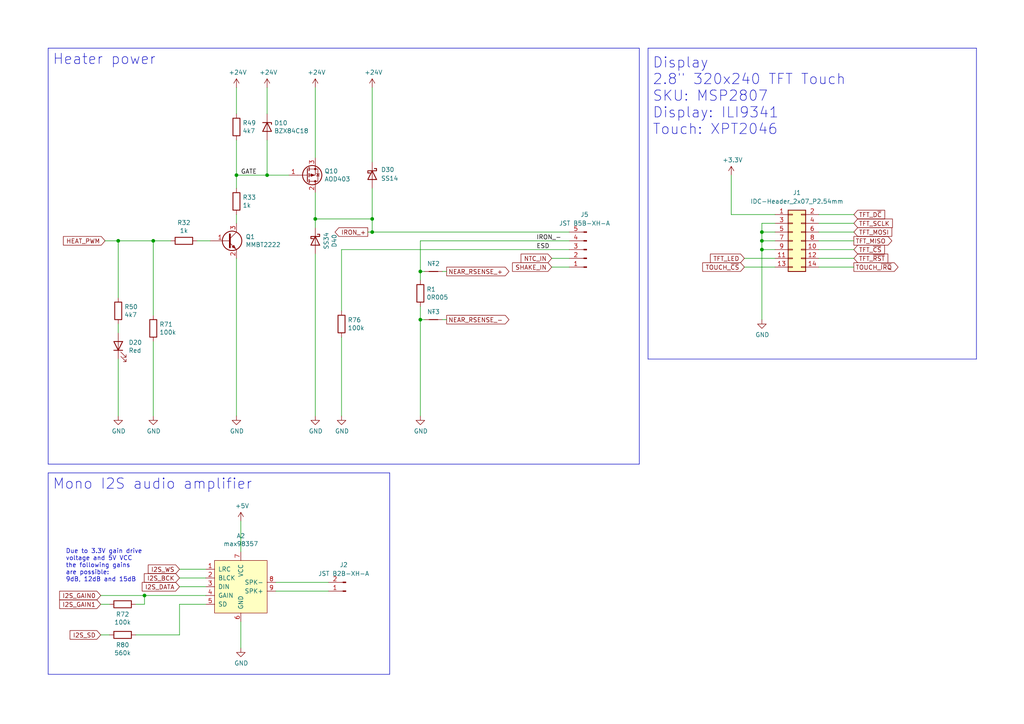
<source format=kicad_sch>
(kicad_sch (version 20230121) (generator eeschema)

  (uuid 245a6fb4-6361-4438-82ca-8861d43ca7f5)

  (paper "A4")

  (title_block
    (title "IoT12 Control Board")
    (date "2022-12-20")
    (rev "V2.2")
    (company "https://github.com/atoomnetmarc/IoT12")
  )

  (lib_symbols
    (symbol "Connector:Conn_01x02_Pin" (pin_names (offset 1.016) hide) (in_bom yes) (on_board yes)
      (property "Reference" "J" (at 0 2.54 0)
        (effects (font (size 1.27 1.27)))
      )
      (property "Value" "Conn_01x02_Pin" (at 0 -5.08 0)
        (effects (font (size 1.27 1.27)))
      )
      (property "Footprint" "" (at 0 0 0)
        (effects (font (size 1.27 1.27)) hide)
      )
      (property "Datasheet" "~" (at 0 0 0)
        (effects (font (size 1.27 1.27)) hide)
      )
      (property "ki_locked" "" (at 0 0 0)
        (effects (font (size 1.27 1.27)))
      )
      (property "ki_keywords" "connector" (at 0 0 0)
        (effects (font (size 1.27 1.27)) hide)
      )
      (property "ki_description" "Generic connector, single row, 01x02, script generated" (at 0 0 0)
        (effects (font (size 1.27 1.27)) hide)
      )
      (property "ki_fp_filters" "Connector*:*_1x??_*" (at 0 0 0)
        (effects (font (size 1.27 1.27)) hide)
      )
      (symbol "Conn_01x02_Pin_1_1"
        (polyline
          (pts
            (xy 1.27 -2.54)
            (xy 0.8636 -2.54)
          )
          (stroke (width 0.1524) (type default))
          (fill (type none))
        )
        (polyline
          (pts
            (xy 1.27 0)
            (xy 0.8636 0)
          )
          (stroke (width 0.1524) (type default))
          (fill (type none))
        )
        (rectangle (start 0.8636 -2.413) (end 0 -2.667)
          (stroke (width 0.1524) (type default))
          (fill (type outline))
        )
        (rectangle (start 0.8636 0.127) (end 0 -0.127)
          (stroke (width 0.1524) (type default))
          (fill (type outline))
        )
        (pin passive line (at 5.08 0 180) (length 3.81)
          (name "Pin_1" (effects (font (size 1.27 1.27))))
          (number "1" (effects (font (size 1.27 1.27))))
        )
        (pin passive line (at 5.08 -2.54 180) (length 3.81)
          (name "Pin_2" (effects (font (size 1.27 1.27))))
          (number "2" (effects (font (size 1.27 1.27))))
        )
      )
    )
    (symbol "Connector:Conn_01x05_Pin" (pin_names (offset 1.016) hide) (in_bom yes) (on_board yes)
      (property "Reference" "J" (at 0 7.62 0)
        (effects (font (size 1.27 1.27)))
      )
      (property "Value" "Conn_01x05_Pin" (at 0 -7.62 0)
        (effects (font (size 1.27 1.27)))
      )
      (property "Footprint" "" (at 0 0 0)
        (effects (font (size 1.27 1.27)) hide)
      )
      (property "Datasheet" "~" (at 0 0 0)
        (effects (font (size 1.27 1.27)) hide)
      )
      (property "ki_locked" "" (at 0 0 0)
        (effects (font (size 1.27 1.27)))
      )
      (property "ki_keywords" "connector" (at 0 0 0)
        (effects (font (size 1.27 1.27)) hide)
      )
      (property "ki_description" "Generic connector, single row, 01x05, script generated" (at 0 0 0)
        (effects (font (size 1.27 1.27)) hide)
      )
      (property "ki_fp_filters" "Connector*:*_1x??_*" (at 0 0 0)
        (effects (font (size 1.27 1.27)) hide)
      )
      (symbol "Conn_01x05_Pin_1_1"
        (polyline
          (pts
            (xy 1.27 -5.08)
            (xy 0.8636 -5.08)
          )
          (stroke (width 0.1524) (type default))
          (fill (type none))
        )
        (polyline
          (pts
            (xy 1.27 -2.54)
            (xy 0.8636 -2.54)
          )
          (stroke (width 0.1524) (type default))
          (fill (type none))
        )
        (polyline
          (pts
            (xy 1.27 0)
            (xy 0.8636 0)
          )
          (stroke (width 0.1524) (type default))
          (fill (type none))
        )
        (polyline
          (pts
            (xy 1.27 2.54)
            (xy 0.8636 2.54)
          )
          (stroke (width 0.1524) (type default))
          (fill (type none))
        )
        (polyline
          (pts
            (xy 1.27 5.08)
            (xy 0.8636 5.08)
          )
          (stroke (width 0.1524) (type default))
          (fill (type none))
        )
        (rectangle (start 0.8636 -4.953) (end 0 -5.207)
          (stroke (width 0.1524) (type default))
          (fill (type outline))
        )
        (rectangle (start 0.8636 -2.413) (end 0 -2.667)
          (stroke (width 0.1524) (type default))
          (fill (type outline))
        )
        (rectangle (start 0.8636 0.127) (end 0 -0.127)
          (stroke (width 0.1524) (type default))
          (fill (type outline))
        )
        (rectangle (start 0.8636 2.667) (end 0 2.413)
          (stroke (width 0.1524) (type default))
          (fill (type outline))
        )
        (rectangle (start 0.8636 5.207) (end 0 4.953)
          (stroke (width 0.1524) (type default))
          (fill (type outline))
        )
        (pin passive line (at 5.08 5.08 180) (length 3.81)
          (name "Pin_1" (effects (font (size 1.27 1.27))))
          (number "1" (effects (font (size 1.27 1.27))))
        )
        (pin passive line (at 5.08 2.54 180) (length 3.81)
          (name "Pin_2" (effects (font (size 1.27 1.27))))
          (number "2" (effects (font (size 1.27 1.27))))
        )
        (pin passive line (at 5.08 0 180) (length 3.81)
          (name "Pin_3" (effects (font (size 1.27 1.27))))
          (number "3" (effects (font (size 1.27 1.27))))
        )
        (pin passive line (at 5.08 -2.54 180) (length 3.81)
          (name "Pin_4" (effects (font (size 1.27 1.27))))
          (number "4" (effects (font (size 1.27 1.27))))
        )
        (pin passive line (at 5.08 -5.08 180) (length 3.81)
          (name "Pin_5" (effects (font (size 1.27 1.27))))
          (number "5" (effects (font (size 1.27 1.27))))
        )
      )
    )
    (symbol "Connector_Generic:Conn_02x07_Odd_Even" (pin_names (offset 1.016) hide) (in_bom yes) (on_board yes)
      (property "Reference" "J" (at 1.27 10.16 0)
        (effects (font (size 1.27 1.27)))
      )
      (property "Value" "Conn_02x07_Odd_Even" (at 1.27 -10.16 0)
        (effects (font (size 1.27 1.27)))
      )
      (property "Footprint" "" (at 0 0 0)
        (effects (font (size 1.27 1.27)) hide)
      )
      (property "Datasheet" "~" (at 0 0 0)
        (effects (font (size 1.27 1.27)) hide)
      )
      (property "ki_keywords" "connector" (at 0 0 0)
        (effects (font (size 1.27 1.27)) hide)
      )
      (property "ki_description" "Generic connector, double row, 02x07, odd/even pin numbering scheme (row 1 odd numbers, row 2 even numbers), script generated (kicad-library-utils/schlib/autogen/connector/)" (at 0 0 0)
        (effects (font (size 1.27 1.27)) hide)
      )
      (property "ki_fp_filters" "Connector*:*_2x??_*" (at 0 0 0)
        (effects (font (size 1.27 1.27)) hide)
      )
      (symbol "Conn_02x07_Odd_Even_1_1"
        (rectangle (start -1.27 -7.493) (end 0 -7.747)
          (stroke (width 0.1524) (type default))
          (fill (type none))
        )
        (rectangle (start -1.27 -4.953) (end 0 -5.207)
          (stroke (width 0.1524) (type default))
          (fill (type none))
        )
        (rectangle (start -1.27 -2.413) (end 0 -2.667)
          (stroke (width 0.1524) (type default))
          (fill (type none))
        )
        (rectangle (start -1.27 0.127) (end 0 -0.127)
          (stroke (width 0.1524) (type default))
          (fill (type none))
        )
        (rectangle (start -1.27 2.667) (end 0 2.413)
          (stroke (width 0.1524) (type default))
          (fill (type none))
        )
        (rectangle (start -1.27 5.207) (end 0 4.953)
          (stroke (width 0.1524) (type default))
          (fill (type none))
        )
        (rectangle (start -1.27 7.747) (end 0 7.493)
          (stroke (width 0.1524) (type default))
          (fill (type none))
        )
        (rectangle (start -1.27 8.89) (end 3.81 -8.89)
          (stroke (width 0.254) (type default))
          (fill (type background))
        )
        (rectangle (start 3.81 -7.493) (end 2.54 -7.747)
          (stroke (width 0.1524) (type default))
          (fill (type none))
        )
        (rectangle (start 3.81 -4.953) (end 2.54 -5.207)
          (stroke (width 0.1524) (type default))
          (fill (type none))
        )
        (rectangle (start 3.81 -2.413) (end 2.54 -2.667)
          (stroke (width 0.1524) (type default))
          (fill (type none))
        )
        (rectangle (start 3.81 0.127) (end 2.54 -0.127)
          (stroke (width 0.1524) (type default))
          (fill (type none))
        )
        (rectangle (start 3.81 2.667) (end 2.54 2.413)
          (stroke (width 0.1524) (type default))
          (fill (type none))
        )
        (rectangle (start 3.81 5.207) (end 2.54 4.953)
          (stroke (width 0.1524) (type default))
          (fill (type none))
        )
        (rectangle (start 3.81 7.747) (end 2.54 7.493)
          (stroke (width 0.1524) (type default))
          (fill (type none))
        )
        (pin passive line (at -5.08 7.62 0) (length 3.81)
          (name "Pin_1" (effects (font (size 1.27 1.27))))
          (number "1" (effects (font (size 1.27 1.27))))
        )
        (pin passive line (at 7.62 -2.54 180) (length 3.81)
          (name "Pin_10" (effects (font (size 1.27 1.27))))
          (number "10" (effects (font (size 1.27 1.27))))
        )
        (pin passive line (at -5.08 -5.08 0) (length 3.81)
          (name "Pin_11" (effects (font (size 1.27 1.27))))
          (number "11" (effects (font (size 1.27 1.27))))
        )
        (pin passive line (at 7.62 -5.08 180) (length 3.81)
          (name "Pin_12" (effects (font (size 1.27 1.27))))
          (number "12" (effects (font (size 1.27 1.27))))
        )
        (pin passive line (at -5.08 -7.62 0) (length 3.81)
          (name "Pin_13" (effects (font (size 1.27 1.27))))
          (number "13" (effects (font (size 1.27 1.27))))
        )
        (pin passive line (at 7.62 -7.62 180) (length 3.81)
          (name "Pin_14" (effects (font (size 1.27 1.27))))
          (number "14" (effects (font (size 1.27 1.27))))
        )
        (pin passive line (at 7.62 7.62 180) (length 3.81)
          (name "Pin_2" (effects (font (size 1.27 1.27))))
          (number "2" (effects (font (size 1.27 1.27))))
        )
        (pin passive line (at -5.08 5.08 0) (length 3.81)
          (name "Pin_3" (effects (font (size 1.27 1.27))))
          (number "3" (effects (font (size 1.27 1.27))))
        )
        (pin passive line (at 7.62 5.08 180) (length 3.81)
          (name "Pin_4" (effects (font (size 1.27 1.27))))
          (number "4" (effects (font (size 1.27 1.27))))
        )
        (pin passive line (at -5.08 2.54 0) (length 3.81)
          (name "Pin_5" (effects (font (size 1.27 1.27))))
          (number "5" (effects (font (size 1.27 1.27))))
        )
        (pin passive line (at 7.62 2.54 180) (length 3.81)
          (name "Pin_6" (effects (font (size 1.27 1.27))))
          (number "6" (effects (font (size 1.27 1.27))))
        )
        (pin passive line (at -5.08 0 0) (length 3.81)
          (name "Pin_7" (effects (font (size 1.27 1.27))))
          (number "7" (effects (font (size 1.27 1.27))))
        )
        (pin passive line (at 7.62 0 180) (length 3.81)
          (name "Pin_8" (effects (font (size 1.27 1.27))))
          (number "8" (effects (font (size 1.27 1.27))))
        )
        (pin passive line (at -5.08 -2.54 0) (length 3.81)
          (name "Pin_9" (effects (font (size 1.27 1.27))))
          (number "9" (effects (font (size 1.27 1.27))))
        )
      )
    )
    (symbol "Device:D_Schottky" (pin_numbers hide) (pin_names (offset 1.016) hide) (in_bom yes) (on_board yes)
      (property "Reference" "D" (at 0 2.54 0)
        (effects (font (size 1.27 1.27)))
      )
      (property "Value" "D_Schottky" (at 0 -2.54 0)
        (effects (font (size 1.27 1.27)))
      )
      (property "Footprint" "" (at 0 0 0)
        (effects (font (size 1.27 1.27)) hide)
      )
      (property "Datasheet" "~" (at 0 0 0)
        (effects (font (size 1.27 1.27)) hide)
      )
      (property "ki_keywords" "diode Schottky" (at 0 0 0)
        (effects (font (size 1.27 1.27)) hide)
      )
      (property "ki_description" "Schottky diode" (at 0 0 0)
        (effects (font (size 1.27 1.27)) hide)
      )
      (property "ki_fp_filters" "TO-???* *_Diode_* *SingleDiode* D_*" (at 0 0 0)
        (effects (font (size 1.27 1.27)) hide)
      )
      (symbol "D_Schottky_0_1"
        (polyline
          (pts
            (xy 1.27 0)
            (xy -1.27 0)
          )
          (stroke (width 0) (type default))
          (fill (type none))
        )
        (polyline
          (pts
            (xy 1.27 1.27)
            (xy 1.27 -1.27)
            (xy -1.27 0)
            (xy 1.27 1.27)
          )
          (stroke (width 0.254) (type default))
          (fill (type none))
        )
        (polyline
          (pts
            (xy -1.905 0.635)
            (xy -1.905 1.27)
            (xy -1.27 1.27)
            (xy -1.27 -1.27)
            (xy -0.635 -1.27)
            (xy -0.635 -0.635)
          )
          (stroke (width 0.254) (type default))
          (fill (type none))
        )
      )
      (symbol "D_Schottky_1_1"
        (pin passive line (at -3.81 0 0) (length 2.54)
          (name "K" (effects (font (size 1.27 1.27))))
          (number "1" (effects (font (size 1.27 1.27))))
        )
        (pin passive line (at 3.81 0 180) (length 2.54)
          (name "A" (effects (font (size 1.27 1.27))))
          (number "2" (effects (font (size 1.27 1.27))))
        )
      )
    )
    (symbol "Device:LED" (pin_numbers hide) (pin_names (offset 1.016) hide) (in_bom yes) (on_board yes)
      (property "Reference" "D" (at 0 2.54 0)
        (effects (font (size 1.27 1.27)))
      )
      (property "Value" "LED" (at 0 -2.54 0)
        (effects (font (size 1.27 1.27)))
      )
      (property "Footprint" "" (at 0 0 0)
        (effects (font (size 1.27 1.27)) hide)
      )
      (property "Datasheet" "~" (at 0 0 0)
        (effects (font (size 1.27 1.27)) hide)
      )
      (property "ki_keywords" "LED diode" (at 0 0 0)
        (effects (font (size 1.27 1.27)) hide)
      )
      (property "ki_description" "Light emitting diode" (at 0 0 0)
        (effects (font (size 1.27 1.27)) hide)
      )
      (property "ki_fp_filters" "LED* LED_SMD:* LED_THT:*" (at 0 0 0)
        (effects (font (size 1.27 1.27)) hide)
      )
      (symbol "LED_0_1"
        (polyline
          (pts
            (xy -1.27 -1.27)
            (xy -1.27 1.27)
          )
          (stroke (width 0.254) (type default))
          (fill (type none))
        )
        (polyline
          (pts
            (xy -1.27 0)
            (xy 1.27 0)
          )
          (stroke (width 0) (type default))
          (fill (type none))
        )
        (polyline
          (pts
            (xy 1.27 -1.27)
            (xy 1.27 1.27)
            (xy -1.27 0)
            (xy 1.27 -1.27)
          )
          (stroke (width 0.254) (type default))
          (fill (type none))
        )
        (polyline
          (pts
            (xy -3.048 -0.762)
            (xy -4.572 -2.286)
            (xy -3.81 -2.286)
            (xy -4.572 -2.286)
            (xy -4.572 -1.524)
          )
          (stroke (width 0) (type default))
          (fill (type none))
        )
        (polyline
          (pts
            (xy -1.778 -0.762)
            (xy -3.302 -2.286)
            (xy -2.54 -2.286)
            (xy -3.302 -2.286)
            (xy -3.302 -1.524)
          )
          (stroke (width 0) (type default))
          (fill (type none))
        )
      )
      (symbol "LED_1_1"
        (pin passive line (at -3.81 0 0) (length 2.54)
          (name "K" (effects (font (size 1.27 1.27))))
          (number "1" (effects (font (size 1.27 1.27))))
        )
        (pin passive line (at 3.81 0 180) (length 2.54)
          (name "A" (effects (font (size 1.27 1.27))))
          (number "2" (effects (font (size 1.27 1.27))))
        )
      )
    )
    (symbol "Device:NetTie_2" (pin_numbers hide) (pin_names (offset 0) hide) (in_bom no) (on_board yes)
      (property "Reference" "NT" (at 0 1.27 0)
        (effects (font (size 1.27 1.27)))
      )
      (property "Value" "NetTie_2" (at 0 -1.27 0)
        (effects (font (size 1.27 1.27)))
      )
      (property "Footprint" "" (at 0 0 0)
        (effects (font (size 1.27 1.27)) hide)
      )
      (property "Datasheet" "~" (at 0 0 0)
        (effects (font (size 1.27 1.27)) hide)
      )
      (property "ki_keywords" "net tie short" (at 0 0 0)
        (effects (font (size 1.27 1.27)) hide)
      )
      (property "ki_description" "Net tie, 2 pins" (at 0 0 0)
        (effects (font (size 1.27 1.27)) hide)
      )
      (property "ki_fp_filters" "Net*Tie*" (at 0 0 0)
        (effects (font (size 1.27 1.27)) hide)
      )
      (symbol "NetTie_2_0_1"
        (polyline
          (pts
            (xy -1.27 0)
            (xy 1.27 0)
          )
          (stroke (width 0.254) (type default))
          (fill (type none))
        )
      )
      (symbol "NetTie_2_1_1"
        (pin passive line (at -2.54 0 0) (length 2.54)
          (name "1" (effects (font (size 1.27 1.27))))
          (number "1" (effects (font (size 1.27 1.27))))
        )
        (pin passive line (at 2.54 0 180) (length 2.54)
          (name "2" (effects (font (size 1.27 1.27))))
          (number "2" (effects (font (size 1.27 1.27))))
        )
      )
    )
    (symbol "Device:R" (pin_numbers hide) (pin_names (offset 0)) (in_bom yes) (on_board yes)
      (property "Reference" "R" (at 2.032 0 90)
        (effects (font (size 1.27 1.27)))
      )
      (property "Value" "R" (at 0 0 90)
        (effects (font (size 1.27 1.27)))
      )
      (property "Footprint" "" (at -1.778 0 90)
        (effects (font (size 1.27 1.27)) hide)
      )
      (property "Datasheet" "~" (at 0 0 0)
        (effects (font (size 1.27 1.27)) hide)
      )
      (property "ki_keywords" "R res resistor" (at 0 0 0)
        (effects (font (size 1.27 1.27)) hide)
      )
      (property "ki_description" "Resistor" (at 0 0 0)
        (effects (font (size 1.27 1.27)) hide)
      )
      (property "ki_fp_filters" "R_*" (at 0 0 0)
        (effects (font (size 1.27 1.27)) hide)
      )
      (symbol "R_0_1"
        (rectangle (start -1.016 -2.54) (end 1.016 2.54)
          (stroke (width 0.254) (type default))
          (fill (type none))
        )
      )
      (symbol "R_1_1"
        (pin passive line (at 0 3.81 270) (length 1.27)
          (name "~" (effects (font (size 1.27 1.27))))
          (number "1" (effects (font (size 1.27 1.27))))
        )
        (pin passive line (at 0 -3.81 90) (length 1.27)
          (name "~" (effects (font (size 1.27 1.27))))
          (number "2" (effects (font (size 1.27 1.27))))
        )
      )
    )
    (symbol "Diode:BZX84Cxx" (pin_numbers hide) (pin_names hide) (in_bom yes) (on_board yes)
      (property "Reference" "D" (at 0 3.81 0)
        (effects (font (size 1.27 1.27)))
      )
      (property "Value" "BZX84Cxx" (at 0 -3.81 0)
        (effects (font (size 1.27 1.27)))
      )
      (property "Footprint" "Package_TO_SOT_SMD:SOT-23" (at 0 0 0)
        (effects (font (size 1.27 1.27)) hide)
      )
      (property "Datasheet" "https://diotec.com/tl_files/diotec/files/pdf/datasheets/bzx84c2v4.pdf" (at 0 0 0)
        (effects (font (size 1.27 1.27)) hide)
      )
      (property "ki_keywords" "zener diode" (at 0 0 0)
        (effects (font (size 1.27 1.27)) hide)
      )
      (property "ki_description" "300mW Zener Diode, SOT-23" (at 0 0 0)
        (effects (font (size 1.27 1.27)) hide)
      )
      (property "ki_fp_filters" "SOT?23*" (at 0 0 0)
        (effects (font (size 1.27 1.27)) hide)
      )
      (symbol "BZX84Cxx_0_1"
        (polyline
          (pts
            (xy 1.27 0)
            (xy -1.27 0)
          )
          (stroke (width 0) (type default))
          (fill (type none))
        )
        (polyline
          (pts
            (xy -1.27 -1.27)
            (xy -1.27 1.27)
            (xy -0.762 1.27)
          )
          (stroke (width 0.254) (type default))
          (fill (type none))
        )
        (polyline
          (pts
            (xy 1.27 -1.27)
            (xy 1.27 1.27)
            (xy -1.27 0)
            (xy 1.27 -1.27)
          )
          (stroke (width 0.254) (type default))
          (fill (type none))
        )
      )
      (symbol "BZX84Cxx_1_1"
        (pin passive line (at 3.81 0 180) (length 2.54)
          (name "A" (effects (font (size 1.27 1.27))))
          (number "1" (effects (font (size 1.27 1.27))))
        )
        (pin no_connect line (at 1.27 0 180) (length 2.54) hide
          (name "NC" (effects (font (size 1.27 1.27))))
          (number "2" (effects (font (size 1.27 1.27))))
        )
        (pin passive line (at -3.81 0 0) (length 2.54)
          (name "K" (effects (font (size 1.27 1.27))))
          (number "3" (effects (font (size 1.27 1.27))))
        )
      )
    )
    (symbol "Module-extra:max98357" (pin_names (offset 1.016)) (in_bom yes) (on_board yes)
      (property "Reference" "A" (at 3.81 8.89 0)
        (effects (font (size 1.27 1.27)))
      )
      (property "Value" "max98357" (at 6.35 -8.89 0)
        (effects (font (size 1.27 1.27)))
      )
      (property "Footprint" "Module-extra:max98357" (at 0 0 0)
        (effects (font (size 1.27 1.27)) hide)
      )
      (property "Datasheet" "" (at 0 0 0)
        (effects (font (size 1.27 1.27)) hide)
      )
      (symbol "max98357_0_1"
        (rectangle (start -7.62 7.62) (end 7.62 -7.62)
          (stroke (width 0) (type default))
          (fill (type background))
        )
      )
      (symbol "max98357_1_1"
        (pin input line (at -10.16 5.08 0) (length 2.54)
          (name "LRC" (effects (font (size 1.27 1.27))))
          (number "1" (effects (font (size 1.27 1.27))))
        )
        (pin input line (at -10.16 2.54 0) (length 2.54)
          (name "BLCK" (effects (font (size 1.27 1.27))))
          (number "2" (effects (font (size 1.27 1.27))))
        )
        (pin input line (at -10.16 0 0) (length 2.54)
          (name "DIN" (effects (font (size 1.27 1.27))))
          (number "3" (effects (font (size 1.27 1.27))))
        )
        (pin input line (at -10.16 -2.54 0) (length 2.54)
          (name "GAIN" (effects (font (size 1.27 1.27))))
          (number "4" (effects (font (size 1.27 1.27))))
        )
        (pin input line (at -10.16 -5.08 0) (length 2.54)
          (name "SD" (effects (font (size 1.27 1.27))))
          (number "5" (effects (font (size 1.27 1.27))))
        )
        (pin power_in line (at 0 -10.16 90) (length 2.54)
          (name "GND" (effects (font (size 1.27 1.27))))
          (number "6" (effects (font (size 1.27 1.27))))
        )
        (pin power_in line (at 0 10.16 270) (length 2.54)
          (name "VCC" (effects (font (size 1.27 1.27))))
          (number "7" (effects (font (size 1.27 1.27))))
        )
        (pin power_out line (at 10.16 1.27 180) (length 2.54)
          (name "SPK-" (effects (font (size 1.27 1.27))))
          (number "8" (effects (font (size 1.27 1.27))))
        )
        (pin power_out line (at 10.16 -1.27 180) (length 2.54)
          (name "SPK+" (effects (font (size 1.27 1.27))))
          (number "9" (effects (font (size 1.27 1.27))))
        )
      )
    )
    (symbol "Transistor_BJT:BC817" (pin_names (offset 0) hide) (in_bom yes) (on_board yes)
      (property "Reference" "Q" (at 5.08 1.905 0)
        (effects (font (size 1.27 1.27)) (justify left))
      )
      (property "Value" "BC817" (at 5.08 0 0)
        (effects (font (size 1.27 1.27)) (justify left))
      )
      (property "Footprint" "Package_TO_SOT_SMD:SOT-23" (at 5.08 -1.905 0)
        (effects (font (size 1.27 1.27) italic) (justify left) hide)
      )
      (property "Datasheet" "https://www.onsemi.com/pub/Collateral/BC818-D.pdf" (at 0 0 0)
        (effects (font (size 1.27 1.27)) (justify left) hide)
      )
      (property "ki_keywords" "NPN Transistor" (at 0 0 0)
        (effects (font (size 1.27 1.27)) hide)
      )
      (property "ki_description" "0.8A Ic, 45V Vce, NPN Transistor, SOT-23" (at 0 0 0)
        (effects (font (size 1.27 1.27)) hide)
      )
      (property "ki_fp_filters" "SOT?23*" (at 0 0 0)
        (effects (font (size 1.27 1.27)) hide)
      )
      (symbol "BC817_0_1"
        (polyline
          (pts
            (xy 0.635 0.635)
            (xy 2.54 2.54)
          )
          (stroke (width 0) (type default))
          (fill (type none))
        )
        (polyline
          (pts
            (xy 0.635 -0.635)
            (xy 2.54 -2.54)
            (xy 2.54 -2.54)
          )
          (stroke (width 0) (type default))
          (fill (type none))
        )
        (polyline
          (pts
            (xy 0.635 1.905)
            (xy 0.635 -1.905)
            (xy 0.635 -1.905)
          )
          (stroke (width 0.508) (type default))
          (fill (type none))
        )
        (polyline
          (pts
            (xy 1.27 -1.778)
            (xy 1.778 -1.27)
            (xy 2.286 -2.286)
            (xy 1.27 -1.778)
            (xy 1.27 -1.778)
          )
          (stroke (width 0) (type default))
          (fill (type outline))
        )
        (circle (center 1.27 0) (radius 2.8194)
          (stroke (width 0.254) (type default))
          (fill (type none))
        )
      )
      (symbol "BC817_1_1"
        (pin input line (at -5.08 0 0) (length 5.715)
          (name "B" (effects (font (size 1.27 1.27))))
          (number "1" (effects (font (size 1.27 1.27))))
        )
        (pin passive line (at 2.54 -5.08 90) (length 2.54)
          (name "E" (effects (font (size 1.27 1.27))))
          (number "2" (effects (font (size 1.27 1.27))))
        )
        (pin passive line (at 2.54 5.08 270) (length 2.54)
          (name "C" (effects (font (size 1.27 1.27))))
          (number "3" (effects (font (size 1.27 1.27))))
        )
      )
    )
    (symbol "Transistor_FET-extra:AOD403" (pin_names hide) (in_bom yes) (on_board yes)
      (property "Reference" "Q" (at 5.08 1.905 0)
        (effects (font (size 1.27 1.27)) (justify left))
      )
      (property "Value" "AOD403" (at 5.08 0 0)
        (effects (font (size 1.27 1.27)) (justify left))
      )
      (property "Footprint" "Package_TO_SOT_SMD:TO-252-2" (at 5.08 -1.905 0)
        (effects (font (size 1.27 1.27) italic) (justify left) hide)
      )
      (property "Datasheet" "" (at 0 0 90)
        (effects (font (size 1.27 1.27)) (justify left) hide)
      )
      (property "ki_keywords" "P-Channel MOSFET" (at 0 0 0)
        (effects (font (size 1.27 1.27)) hide)
      )
      (property "ki_description" "-70A Id, -30V Vds, P-Channel Power MOSFET, 8mOhm Ron, TO252" (at 0 0 0)
        (effects (font (size 1.27 1.27)) hide)
      )
      (property "ki_fp_filters" "TO?252*" (at 0 0 0)
        (effects (font (size 1.27 1.27)) hide)
      )
      (symbol "AOD403_0_1"
        (polyline
          (pts
            (xy 0.254 0)
            (xy -2.54 0)
          )
          (stroke (width 0) (type default))
          (fill (type none))
        )
        (polyline
          (pts
            (xy 0.254 1.905)
            (xy 0.254 -1.905)
          )
          (stroke (width 0.254) (type default))
          (fill (type none))
        )
        (polyline
          (pts
            (xy 0.762 -1.27)
            (xy 0.762 -2.286)
          )
          (stroke (width 0.254) (type default))
          (fill (type none))
        )
        (polyline
          (pts
            (xy 0.762 0.508)
            (xy 0.762 -0.508)
          )
          (stroke (width 0.254) (type default))
          (fill (type none))
        )
        (polyline
          (pts
            (xy 0.762 2.286)
            (xy 0.762 1.27)
          )
          (stroke (width 0.254) (type default))
          (fill (type none))
        )
        (polyline
          (pts
            (xy 2.54 2.54)
            (xy 2.54 1.778)
          )
          (stroke (width 0) (type default))
          (fill (type none))
        )
        (polyline
          (pts
            (xy 2.54 -2.54)
            (xy 2.54 0)
            (xy 0.762 0)
          )
          (stroke (width 0) (type default))
          (fill (type none))
        )
        (polyline
          (pts
            (xy 0.762 1.778)
            (xy 3.302 1.778)
            (xy 3.302 -1.778)
            (xy 0.762 -1.778)
          )
          (stroke (width 0) (type default))
          (fill (type none))
        )
        (polyline
          (pts
            (xy 2.286 0)
            (xy 1.27 0.381)
            (xy 1.27 -0.381)
            (xy 2.286 0)
          )
          (stroke (width 0) (type default))
          (fill (type outline))
        )
        (polyline
          (pts
            (xy 2.794 -0.508)
            (xy 2.921 -0.381)
            (xy 3.683 -0.381)
            (xy 3.81 -0.254)
          )
          (stroke (width 0) (type default))
          (fill (type none))
        )
        (polyline
          (pts
            (xy 3.302 -0.381)
            (xy 2.921 0.254)
            (xy 3.683 0.254)
            (xy 3.302 -0.381)
          )
          (stroke (width 0) (type default))
          (fill (type none))
        )
        (circle (center 1.651 0) (radius 2.794)
          (stroke (width 0.254) (type default))
          (fill (type none))
        )
        (circle (center 2.54 -1.778) (radius 0.254)
          (stroke (width 0) (type default))
          (fill (type outline))
        )
        (circle (center 2.54 1.778) (radius 0.254)
          (stroke (width 0) (type default))
          (fill (type outline))
        )
      )
      (symbol "AOD403_1_1"
        (pin passive line (at -5.08 0 0) (length 2.54)
          (name "G" (effects (font (size 1.27 1.27))))
          (number "1" (effects (font (size 1.27 1.27))))
        )
        (pin passive line (at 2.54 5.08 270) (length 2.54)
          (name "D" (effects (font (size 1.27 1.27))))
          (number "2" (effects (font (size 1.27 1.27))))
        )
        (pin passive line (at 2.54 -5.08 90) (length 2.54)
          (name "S" (effects (font (size 1.27 1.27))))
          (number "3" (effects (font (size 1.27 1.27))))
        )
      )
    )
    (symbol "power:+24V" (power) (pin_names (offset 0)) (in_bom yes) (on_board yes)
      (property "Reference" "#PWR" (at 0 -3.81 0)
        (effects (font (size 1.27 1.27)) hide)
      )
      (property "Value" "+24V" (at 0 3.556 0)
        (effects (font (size 1.27 1.27)))
      )
      (property "Footprint" "" (at 0 0 0)
        (effects (font (size 1.27 1.27)) hide)
      )
      (property "Datasheet" "" (at 0 0 0)
        (effects (font (size 1.27 1.27)) hide)
      )
      (property "ki_keywords" "global power" (at 0 0 0)
        (effects (font (size 1.27 1.27)) hide)
      )
      (property "ki_description" "Power symbol creates a global label with name \"+24V\"" (at 0 0 0)
        (effects (font (size 1.27 1.27)) hide)
      )
      (symbol "+24V_0_1"
        (polyline
          (pts
            (xy -0.762 1.27)
            (xy 0 2.54)
          )
          (stroke (width 0) (type default))
          (fill (type none))
        )
        (polyline
          (pts
            (xy 0 0)
            (xy 0 2.54)
          )
          (stroke (width 0) (type default))
          (fill (type none))
        )
        (polyline
          (pts
            (xy 0 2.54)
            (xy 0.762 1.27)
          )
          (stroke (width 0) (type default))
          (fill (type none))
        )
      )
      (symbol "+24V_1_1"
        (pin power_in line (at 0 0 90) (length 0) hide
          (name "+24V" (effects (font (size 1.27 1.27))))
          (number "1" (effects (font (size 1.27 1.27))))
        )
      )
    )
    (symbol "power:+3.3V" (power) (pin_names (offset 0)) (in_bom yes) (on_board yes)
      (property "Reference" "#PWR" (at 0 -3.81 0)
        (effects (font (size 1.27 1.27)) hide)
      )
      (property "Value" "+3.3V" (at 0 3.556 0)
        (effects (font (size 1.27 1.27)))
      )
      (property "Footprint" "" (at 0 0 0)
        (effects (font (size 1.27 1.27)) hide)
      )
      (property "Datasheet" "" (at 0 0 0)
        (effects (font (size 1.27 1.27)) hide)
      )
      (property "ki_keywords" "global power" (at 0 0 0)
        (effects (font (size 1.27 1.27)) hide)
      )
      (property "ki_description" "Power symbol creates a global label with name \"+3.3V\"" (at 0 0 0)
        (effects (font (size 1.27 1.27)) hide)
      )
      (symbol "+3.3V_0_1"
        (polyline
          (pts
            (xy -0.762 1.27)
            (xy 0 2.54)
          )
          (stroke (width 0) (type default))
          (fill (type none))
        )
        (polyline
          (pts
            (xy 0 0)
            (xy 0 2.54)
          )
          (stroke (width 0) (type default))
          (fill (type none))
        )
        (polyline
          (pts
            (xy 0 2.54)
            (xy 0.762 1.27)
          )
          (stroke (width 0) (type default))
          (fill (type none))
        )
      )
      (symbol "+3.3V_1_1"
        (pin power_in line (at 0 0 90) (length 0) hide
          (name "+3.3V" (effects (font (size 1.27 1.27))))
          (number "1" (effects (font (size 1.27 1.27))))
        )
      )
    )
    (symbol "power:+5V" (power) (pin_names (offset 0)) (in_bom yes) (on_board yes)
      (property "Reference" "#PWR" (at 0 -3.81 0)
        (effects (font (size 1.27 1.27)) hide)
      )
      (property "Value" "+5V" (at 0 3.556 0)
        (effects (font (size 1.27 1.27)))
      )
      (property "Footprint" "" (at 0 0 0)
        (effects (font (size 1.27 1.27)) hide)
      )
      (property "Datasheet" "" (at 0 0 0)
        (effects (font (size 1.27 1.27)) hide)
      )
      (property "ki_keywords" "global power" (at 0 0 0)
        (effects (font (size 1.27 1.27)) hide)
      )
      (property "ki_description" "Power symbol creates a global label with name \"+5V\"" (at 0 0 0)
        (effects (font (size 1.27 1.27)) hide)
      )
      (symbol "+5V_0_1"
        (polyline
          (pts
            (xy -0.762 1.27)
            (xy 0 2.54)
          )
          (stroke (width 0) (type default))
          (fill (type none))
        )
        (polyline
          (pts
            (xy 0 0)
            (xy 0 2.54)
          )
          (stroke (width 0) (type default))
          (fill (type none))
        )
        (polyline
          (pts
            (xy 0 2.54)
            (xy 0.762 1.27)
          )
          (stroke (width 0) (type default))
          (fill (type none))
        )
      )
      (symbol "+5V_1_1"
        (pin power_in line (at 0 0 90) (length 0) hide
          (name "+5V" (effects (font (size 1.27 1.27))))
          (number "1" (effects (font (size 1.27 1.27))))
        )
      )
    )
    (symbol "power:GND" (power) (pin_names (offset 0)) (in_bom yes) (on_board yes)
      (property "Reference" "#PWR" (at 0 -6.35 0)
        (effects (font (size 1.27 1.27)) hide)
      )
      (property "Value" "GND" (at 0 -3.81 0)
        (effects (font (size 1.27 1.27)))
      )
      (property "Footprint" "" (at 0 0 0)
        (effects (font (size 1.27 1.27)) hide)
      )
      (property "Datasheet" "" (at 0 0 0)
        (effects (font (size 1.27 1.27)) hide)
      )
      (property "ki_keywords" "global power" (at 0 0 0)
        (effects (font (size 1.27 1.27)) hide)
      )
      (property "ki_description" "Power symbol creates a global label with name \"GND\" , ground" (at 0 0 0)
        (effects (font (size 1.27 1.27)) hide)
      )
      (symbol "GND_0_1"
        (polyline
          (pts
            (xy 0 0)
            (xy 0 -1.27)
            (xy 1.27 -1.27)
            (xy 0 -2.54)
            (xy -1.27 -1.27)
            (xy 0 -1.27)
          )
          (stroke (width 0) (type default))
          (fill (type none))
        )
      )
      (symbol "GND_1_1"
        (pin power_in line (at 0 0 270) (length 0) hide
          (name "GND" (effects (font (size 1.27 1.27))))
          (number "1" (effects (font (size 1.27 1.27))))
        )
      )
    )
  )

  (junction (at 41.91 172.72) (diameter 0) (color 0 0 0 0)
    (uuid 11cae898-6e02-4314-87c3-bfa88f249303)
  )
  (junction (at 34.29 69.85) (diameter 0) (color 0 0 0 0)
    (uuid 2571f4c8-d7fc-4e8c-94df-f480e56bb717)
  )
  (junction (at 107.95 67.31) (diameter 0) (color 0 0 0 0)
    (uuid 33064f56-88c0-44a1-ac52-96957fe5ad49)
  )
  (junction (at 121.92 78.74) (diameter 0) (color 0 0 0 0)
    (uuid 62c6f8ce-78e5-4ab3-bb01-2fcb0df87aa6)
  )
  (junction (at 91.44 63.5) (diameter 0) (color 0 0 0 0)
    (uuid 6e21d8a8-05db-450e-863d-764ba51b5b58)
  )
  (junction (at 68.58 50.8) (diameter 0) (color 0 0 0 0)
    (uuid 85621d90-361e-49b6-9449-b54a16cce021)
  )
  (junction (at 121.92 92.71) (diameter 0) (color 0 0 0 0)
    (uuid 8ecc0874-e7f5-4102-a6b7-0222cf1fccc2)
  )
  (junction (at 44.45 69.85) (diameter 0) (color 0 0 0 0)
    (uuid 927b1eb6-e6f4-412f-9a58-8dc81a4889a0)
  )
  (junction (at 220.98 69.85) (diameter 0) (color 0 0 0 0)
    (uuid 94ba6b54-d809-4fea-8101-94e8f6f3d85f)
  )
  (junction (at 77.47 50.8) (diameter 0) (color 0 0 0 0)
    (uuid a16dbf15-8f5b-4766-b048-90ba89efcc02)
  )
  (junction (at 220.98 67.31) (diameter 0) (color 0 0 0 0)
    (uuid c0fc4e66-5cf2-493f-8ead-6e568acfc766)
  )
  (junction (at 107.95 63.5) (diameter 0) (color 0 0 0 0)
    (uuid e3903eeb-8b72-4b40-a088-cbbba270c01b)
  )
  (junction (at 220.98 72.39) (diameter 0) (color 0 0 0 0)
    (uuid ff03570d-0ea1-49f8-9632-3e7664506df6)
  )

  (polyline (pts (xy 13.97 195.58) (xy 13.97 137.16))
    (stroke (width 0) (type default))
    (uuid 0667208e-872f-444a-9ed0-78a1b5f392d2)
  )

  (wire (pts (xy 68.58 54.61) (xy 68.58 50.8))
    (stroke (width 0) (type default))
    (uuid 06b6db7e-5210-41ec-a47b-0127ebbe0786)
  )
  (wire (pts (xy 99.06 72.39) (xy 99.06 90.17))
    (stroke (width 0) (type default))
    (uuid 0a09fdb2-169c-40c3-9a87-4a6ef9f2d38c)
  )
  (wire (pts (xy 39.37 184.15) (xy 52.07 184.15))
    (stroke (width 0) (type default))
    (uuid 12dca4d8-1668-4347-a714-2f6e2f7be2c2)
  )
  (wire (pts (xy 215.9 77.47) (xy 224.79 77.47))
    (stroke (width 0) (type default))
    (uuid 17bc711a-66f4-46b5-aaad-a191824bdc47)
  )
  (wire (pts (xy 220.98 64.77) (xy 224.79 64.77))
    (stroke (width 0) (type default))
    (uuid 1b5a8f67-d3cd-45f1-be9e-776e2de9e7be)
  )
  (wire (pts (xy 29.21 184.15) (xy 31.75 184.15))
    (stroke (width 0) (type default))
    (uuid 1b922e03-9ca3-4e71-837d-863aab9331da)
  )
  (wire (pts (xy 220.98 72.39) (xy 220.98 92.71))
    (stroke (width 0) (type default))
    (uuid 23e31b0c-3a77-4934-8cc8-9ff4b11ede18)
  )
  (wire (pts (xy 91.44 73.66) (xy 91.44 120.65))
    (stroke (width 0) (type default))
    (uuid 2aef127f-4a1e-4316-98ee-3d819fc4dc5e)
  )
  (wire (pts (xy 99.06 97.79) (xy 99.06 120.65))
    (stroke (width 0) (type default))
    (uuid 2f8ebbbf-0f11-4a15-9648-1d28e5593127)
  )
  (wire (pts (xy 224.79 62.23) (xy 212.09 62.23))
    (stroke (width 0) (type default))
    (uuid 2fdd057b-bdfe-4091-929e-9f21c24f283d)
  )
  (polyline (pts (xy 185.42 13.97) (xy 13.97 13.97))
    (stroke (width 0) (type default))
    (uuid 33891c62-a79f-4243-b776-6be292690ac3)
  )

  (wire (pts (xy 52.07 170.18) (xy 59.69 170.18))
    (stroke (width 0) (type default))
    (uuid 34d3baf1-c1a6-463d-a7da-03fde565ea93)
  )
  (wire (pts (xy 237.49 64.77) (xy 247.65 64.77))
    (stroke (width 0) (type default))
    (uuid 366bf5fe-acf9-467c-afcf-533257cf4dbd)
  )
  (wire (pts (xy 220.98 64.77) (xy 220.98 67.31))
    (stroke (width 0) (type default))
    (uuid 367d38a4-8c90-42de-93a7-1e9a66251e7d)
  )
  (wire (pts (xy 68.58 50.8) (xy 68.58 40.64))
    (stroke (width 0) (type default))
    (uuid 39614f9f-2df5-492b-a093-45b7a48e295d)
  )
  (wire (pts (xy 41.91 172.72) (xy 59.69 172.72))
    (stroke (width 0) (type default))
    (uuid 3a4d7b94-8b26-4555-b396-f2e88aea5db3)
  )
  (wire (pts (xy 107.95 46.99) (xy 107.95 25.4))
    (stroke (width 0) (type default))
    (uuid 3f206607-332e-4c96-8963-5302804f476f)
  )
  (wire (pts (xy 83.82 50.8) (xy 77.47 50.8))
    (stroke (width 0) (type default))
    (uuid 3f9f133b-59b8-4791-b0ab-6fa861da9e3f)
  )
  (wire (pts (xy 107.95 67.31) (xy 165.1 67.31))
    (stroke (width 0) (type default))
    (uuid 4470dd80-ef4c-47c8-8e5a-506f0a93b421)
  )
  (polyline (pts (xy 283.21 13.97) (xy 187.96 13.97))
    (stroke (width 0) (type default))
    (uuid 45676199-bb82-4d58-98c1-b606deb355be)
  )

  (wire (pts (xy 123.19 78.74) (xy 121.92 78.74))
    (stroke (width 0) (type default))
    (uuid 47890384-6eaa-420c-b9ae-e68a6a7f17b5)
  )
  (wire (pts (xy 237.49 74.93) (xy 247.65 74.93))
    (stroke (width 0) (type default))
    (uuid 4f639ae0-c1c4-4f22-bfa7-efd67e6f9bde)
  )
  (wire (pts (xy 52.07 165.1) (xy 59.69 165.1))
    (stroke (width 0) (type default))
    (uuid 513c5122-3fbb-44b6-aa2c-74224719f915)
  )
  (polyline (pts (xy 113.03 137.16) (xy 113.03 195.58))
    (stroke (width 0) (type default))
    (uuid 524dc8d0-13b4-43fe-b274-8ac08bc4b894)
  )

  (wire (pts (xy 121.92 81.28) (xy 121.92 78.74))
    (stroke (width 0) (type default))
    (uuid 52d326d4-51c9-4c17-8412-9aaf3e6cdf4c)
  )
  (polyline (pts (xy 283.21 104.14) (xy 283.21 13.97))
    (stroke (width 0) (type default))
    (uuid 55ac7ee1-f461-406b-8cf5-da47a7717180)
  )
  (polyline (pts (xy 13.97 134.62) (xy 185.42 134.62))
    (stroke (width 0) (type default))
    (uuid 59058a09-f800-497d-b8e1-cdf9632c6766)
  )

  (wire (pts (xy 220.98 67.31) (xy 224.79 67.31))
    (stroke (width 0) (type default))
    (uuid 5a198f76-f7fb-4a10-a4dc-6dc08c3bc2ee)
  )
  (wire (pts (xy 220.98 69.85) (xy 224.79 69.85))
    (stroke (width 0) (type default))
    (uuid 5a266690-846d-460d-a499-a813c673e715)
  )
  (wire (pts (xy 77.47 50.8) (xy 68.58 50.8))
    (stroke (width 0) (type default))
    (uuid 5de5a872-aa15-495b-b53b-b8a64bbfa4f0)
  )
  (wire (pts (xy 29.21 172.72) (xy 41.91 172.72))
    (stroke (width 0) (type default))
    (uuid 60a7dcc1-b459-4b69-be02-f48b66a815f0)
  )
  (wire (pts (xy 121.92 88.9) (xy 121.92 92.71))
    (stroke (width 0) (type default))
    (uuid 60d30b2f-02cb-42f2-b2ed-c84cb33e3e36)
  )
  (wire (pts (xy 91.44 55.88) (xy 91.44 63.5))
    (stroke (width 0) (type default))
    (uuid 6579642b-a152-47f7-af0e-0d8866bdfcb8)
  )
  (wire (pts (xy 57.15 69.85) (xy 60.96 69.85))
    (stroke (width 0) (type default))
    (uuid 6597e724-ffad-43f1-9619-cca25cced87f)
  )
  (wire (pts (xy 107.95 67.31) (xy 107.95 63.5))
    (stroke (width 0) (type default))
    (uuid 6e416a78-df14-48ee-9842-e6e24081191e)
  )
  (wire (pts (xy 68.58 62.23) (xy 68.58 64.77))
    (stroke (width 0) (type default))
    (uuid 6ee71a3c-fedb-4cc6-a3c6-f3d6f3ac6767)
  )
  (wire (pts (xy 220.98 67.31) (xy 220.98 69.85))
    (stroke (width 0) (type default))
    (uuid 70e8ba3a-d374-4aa8-9294-3a772d9268b6)
  )
  (wire (pts (xy 99.06 72.39) (xy 165.1 72.39))
    (stroke (width 0) (type default))
    (uuid 710cb965-f8b1-4275-94b4-bb90fbc7e941)
  )
  (wire (pts (xy 220.98 69.85) (xy 220.98 72.39))
    (stroke (width 0) (type default))
    (uuid 73acf95c-ba0e-4c72-8354-0251e604ec10)
  )
  (wire (pts (xy 41.91 175.26) (xy 41.91 172.72))
    (stroke (width 0) (type default))
    (uuid 7401f61b-dc36-4f5a-ba3e-b101a22bf1fc)
  )
  (wire (pts (xy 34.29 86.36) (xy 34.29 69.85))
    (stroke (width 0) (type default))
    (uuid 76ee303c-1cfc-45a8-ae72-af3efaba6c47)
  )
  (polyline (pts (xy 113.03 195.58) (xy 13.97 195.58))
    (stroke (width 0) (type default))
    (uuid 7aad0cca-fb50-4041-9a10-5380cb0860ac)
  )
  (polyline (pts (xy 185.42 134.62) (xy 185.42 13.97))
    (stroke (width 0) (type default))
    (uuid 7c11b885-29b4-4eb2-b782-dde8e3724f0c)
  )
  (polyline (pts (xy 187.96 13.97) (xy 187.96 104.14))
    (stroke (width 0) (type default))
    (uuid 7c3df708-fb44-40cc-b435-cd67e8cec48a)
  )

  (wire (pts (xy 215.9 74.93) (xy 224.79 74.93))
    (stroke (width 0) (type default))
    (uuid 7caee9fa-d474-4687-80c2-6490c680cbb4)
  )
  (wire (pts (xy 34.29 93.98) (xy 34.29 96.52))
    (stroke (width 0) (type default))
    (uuid 7e509ce7-bdc7-45fb-b2d0-c14a958a5480)
  )
  (wire (pts (xy 128.27 78.74) (xy 129.54 78.74))
    (stroke (width 0) (type default))
    (uuid 825ca21e-b6a1-4e84-a612-f8e2fae8ac04)
  )
  (wire (pts (xy 121.92 92.71) (xy 121.92 120.65))
    (stroke (width 0) (type default))
    (uuid 82782dc2-cb84-4d0c-b85e-b3903aca1e13)
  )
  (wire (pts (xy 34.29 69.85) (xy 44.45 69.85))
    (stroke (width 0) (type default))
    (uuid 872313a4-03e6-4e4a-b850-f54dcb50f9fc)
  )
  (wire (pts (xy 77.47 33.02) (xy 77.47 25.4))
    (stroke (width 0) (type default))
    (uuid 895d5ca3-0e9a-421e-88ea-3017edd2db62)
  )
  (wire (pts (xy 123.19 92.71) (xy 121.92 92.71))
    (stroke (width 0) (type default))
    (uuid 914ccec4-572a-4ec0-b281-596368eea274)
  )
  (polyline (pts (xy 13.97 137.16) (xy 113.03 137.16))
    (stroke (width 0) (type default))
    (uuid 969d876f-dc87-40bf-9e96-03cbb9ea5e82)
  )

  (wire (pts (xy 237.49 69.85) (xy 247.65 69.85))
    (stroke (width 0) (type default))
    (uuid 98e4998a-a39f-4136-98bb-59bfe238cae6)
  )
  (wire (pts (xy 30.48 69.85) (xy 34.29 69.85))
    (stroke (width 0) (type default))
    (uuid 9cab0c4e-2726-433f-a46f-c25156ae2489)
  )
  (wire (pts (xy 34.29 104.14) (xy 34.29 120.65))
    (stroke (width 0) (type default))
    (uuid 9e4ad9b8-6263-4570-9de2-21f8a7383c76)
  )
  (wire (pts (xy 121.92 78.74) (xy 121.92 69.85))
    (stroke (width 0) (type default))
    (uuid 9f5c7a80-7220-432e-865b-d1468e8a8d4c)
  )
  (wire (pts (xy 69.85 160.02) (xy 69.85 151.13))
    (stroke (width 0) (type default))
    (uuid a8470270-920a-4fed-9691-22526135f92c)
  )
  (polyline (pts (xy 187.96 104.14) (xy 283.21 104.14))
    (stroke (width 0) (type default))
    (uuid b14aea3f-7e9b-4416-ac0e-1c7beb3cd27c)
  )

  (wire (pts (xy 107.95 54.61) (xy 107.95 63.5))
    (stroke (width 0) (type default))
    (uuid b20fb198-6b0b-4cab-9ba8-ea9b46e8088f)
  )
  (wire (pts (xy 107.95 63.5) (xy 91.44 63.5))
    (stroke (width 0) (type default))
    (uuid b2f7301d-582c-4990-a060-4a71ef08c6eb)
  )
  (wire (pts (xy 91.44 25.4) (xy 91.44 45.72))
    (stroke (width 0) (type default))
    (uuid b4afdd30-7a78-4cd8-8670-bb6dd787dcdc)
  )
  (wire (pts (xy 220.98 72.39) (xy 224.79 72.39))
    (stroke (width 0) (type default))
    (uuid bbca158a-cacb-439c-8c0c-2e2e058a62b6)
  )
  (wire (pts (xy 68.58 74.93) (xy 68.58 120.65))
    (stroke (width 0) (type default))
    (uuid bd74601e-d827-46cd-b2f1-2aad3f9957c3)
  )
  (wire (pts (xy 160.02 74.93) (xy 165.1 74.93))
    (stroke (width 0) (type default))
    (uuid bebf9ed8-1b5d-4ac8-8aca-b11112eaaae3)
  )
  (wire (pts (xy 52.07 184.15) (xy 52.07 175.26))
    (stroke (width 0) (type default))
    (uuid bfdff8f5-67bc-48e0-b024-e5df6807d143)
  )
  (wire (pts (xy 107.95 67.31) (xy 106.68 67.31))
    (stroke (width 0) (type default))
    (uuid c2564ecf-bd43-431d-b9a2-c7be54487485)
  )
  (wire (pts (xy 212.09 50.8) (xy 212.09 62.23))
    (stroke (width 0) (type default))
    (uuid c6c7f01a-65c0-4b1d-89ff-c65f542acfd0)
  )
  (wire (pts (xy 237.49 77.47) (xy 247.65 77.47))
    (stroke (width 0) (type default))
    (uuid c9e63ba7-b806-4266-9721-35c6c54df17a)
  )
  (wire (pts (xy 68.58 25.4) (xy 68.58 33.02))
    (stroke (width 0) (type default))
    (uuid cb0f5a26-0827-4807-aea7-55b25947b9d5)
  )
  (wire (pts (xy 237.49 67.31) (xy 247.65 67.31))
    (stroke (width 0) (type default))
    (uuid cbc9e5ed-3c0a-49cf-b9d4-0dad747d6c4c)
  )
  (wire (pts (xy 44.45 69.85) (xy 44.45 91.44))
    (stroke (width 0) (type default))
    (uuid cce1404b-fc30-47cc-b852-e0061990f2bb)
  )
  (wire (pts (xy 77.47 40.64) (xy 77.47 50.8))
    (stroke (width 0) (type default))
    (uuid cebfc912-6282-4a1e-923e-74c4961c2aad)
  )
  (wire (pts (xy 80.01 168.91) (xy 95.25 168.91))
    (stroke (width 0) (type default))
    (uuid d14a8515-36f9-48ce-be11-57775a112476)
  )
  (wire (pts (xy 128.27 92.71) (xy 129.54 92.71))
    (stroke (width 0) (type default))
    (uuid d26fce45-c1d6-42bc-931d-972bf3799097)
  )
  (wire (pts (xy 80.01 171.45) (xy 95.25 171.45))
    (stroke (width 0) (type default))
    (uuid d97cc234-80b2-4b57-bafd-250ae3c8e2d6)
  )
  (wire (pts (xy 44.45 99.06) (xy 44.45 120.65))
    (stroke (width 0) (type default))
    (uuid db6b79d5-e092-4ad6-8ca4-901dbceefaf0)
  )
  (wire (pts (xy 237.49 62.23) (xy 247.65 62.23))
    (stroke (width 0) (type default))
    (uuid dd910b2d-57bd-471f-b555-644ecec14662)
  )
  (wire (pts (xy 121.92 69.85) (xy 165.1 69.85))
    (stroke (width 0) (type default))
    (uuid e3615a9c-df56-4b41-9ce0-55f1f5c7eb48)
  )
  (wire (pts (xy 237.49 72.39) (xy 247.65 72.39))
    (stroke (width 0) (type default))
    (uuid e5c68000-2540-4ae5-a55e-c149052f86f7)
  )
  (wire (pts (xy 69.85 187.96) (xy 69.85 180.34))
    (stroke (width 0) (type default))
    (uuid ec7073f7-f754-4ee6-a977-3d11d16480f8)
  )
  (wire (pts (xy 59.69 175.26) (xy 52.07 175.26))
    (stroke (width 0) (type default))
    (uuid eec347af-8fb3-4b2d-8e93-6e7176516f57)
  )
  (wire (pts (xy 44.45 69.85) (xy 49.53 69.85))
    (stroke (width 0) (type default))
    (uuid f364b99f-4502-4cba-a96d-4ed35ad108b5)
  )
  (polyline (pts (xy 13.97 134.62) (xy 13.97 13.97))
    (stroke (width 0) (type default))
    (uuid f8db64f8-1695-46e3-9667-49f16b5c734b)
  )

  (wire (pts (xy 29.21 175.26) (xy 31.75 175.26))
    (stroke (width 0) (type default))
    (uuid f8df4375-570f-4eb0-868e-4f350bd24547)
  )
  (wire (pts (xy 52.07 167.64) (xy 59.69 167.64))
    (stroke (width 0) (type default))
    (uuid f99552ce-0729-4ada-aef3-5686270d7c4d)
  )
  (wire (pts (xy 91.44 63.5) (xy 91.44 66.04))
    (stroke (width 0) (type default))
    (uuid fa574bf3-ac2e-449d-91be-bcb1e35bdaba)
  )
  (wire (pts (xy 39.37 175.26) (xy 41.91 175.26))
    (stroke (width 0) (type default))
    (uuid fbca7d5b-4a19-4f46-9697-74b3068179aa)
  )
  (wire (pts (xy 160.02 77.47) (xy 165.1 77.47))
    (stroke (width 0) (type default))
    (uuid ffc5beb6-680d-457a-99f3-0af818ce0587)
  )

  (text "Heater power" (at 15.24 19.05 0)
    (effects (font (size 2.9972 2.9972)) (justify left bottom))
    (uuid 68f7174d-ce7a-41b4-89f8-dd7e3ded57a1)
  )
  (text "Due to 3.3V gain drive\nvoltage and 5V VCC \nthe following gains \nare possible:\n9dB, 12dB and 15dB"
    (at 19.05 168.91 0)
    (effects (font (size 1.27 1.27)) (justify left bottom))
    (uuid 76a87642-211c-44f2-a488-190d6dc3728e)
  )
  (text "Mono I2S audio amplifier" (at 15.24 142.24 0)
    (effects (font (size 2.9972 2.9972)) (justify left bottom))
    (uuid 7fd11519-eb9e-4413-8ca2-e43e38c699f6)
  )
  (text "Display\n2.8\" 320x240 TFT Touch\nSKU: MSP2807\nDisplay: ILI9341\nTouch: XPT2046"
    (at 189.23 39.37 0)
    (effects (font (size 2.9972 2.9972)) (justify left bottom))
    (uuid 934c5f28-c928-4621-8122-b999b3ed10dd)
  )

  (label "IRON_-" (at 155.575 69.85 0) (fields_autoplaced)
    (effects (font (size 1.27 1.27)) (justify left bottom))
    (uuid 2f122013-8dbc-4371-941a-b52e2115db20)
  )
  (label "ESD" (at 155.575 72.39 0) (fields_autoplaced)
    (effects (font (size 1.27 1.27)) (justify left bottom))
    (uuid 2f29ffe5-cbdc-4a3f-81e6-c7d9f4c5145a)
  )
  (label "GATE" (at 69.85 50.8 0) (fields_autoplaced)
    (effects (font (size 1.27 1.27)) (justify left bottom))
    (uuid 8c4cd1a2-9a92-4fba-aa2e-8b86c17dce10)
  )

  (global_label "HEAT_PWM" (shape input) (at 30.48 69.85 180) (fields_autoplaced)
    (effects (font (size 1.27 1.27)) (justify right))
    (uuid 0d7333ca-0587-43cb-9af7-f59016c85820)
    (property "Intersheetrefs" "${INTERSHEET_REFS}" (at 18.5523 69.85 0)
      (effects (font (size 1.27 1.27)) (justify right) hide)
    )
  )
  (global_label "TFT_SCLK" (shape input) (at 247.65 64.77 0) (fields_autoplaced)
    (effects (font (size 1.27 1.27)) (justify left))
    (uuid 150d3bb3-e4b8-4a71-b502-f5f6ef9e21cc)
    (property "Intersheetrefs" "${INTERSHEET_REFS}" (at 258.7432 64.6906 0)
      (effects (font (size 1.27 1.27)) (justify left) hide)
    )
  )
  (global_label "TFT_D~{C}" (shape input) (at 247.65 62.23 0) (fields_autoplaced)
    (effects (font (size 1.27 1.27)) (justify left))
    (uuid 1a87a7c1-4831-43cb-a1a6-265940a9dff7)
    (property "Intersheetrefs" "${INTERSHEET_REFS}" (at 256.5056 62.1506 0)
      (effects (font (size 1.27 1.27)) (justify left) hide)
    )
  )
  (global_label "SHAKE_IN" (shape input) (at 160.02 77.47 180) (fields_autoplaced)
    (effects (font (size 1.27 1.27)) (justify right))
    (uuid 3037ef6c-9189-4cf8-906c-f13414cf08d1)
    (property "Intersheetrefs" "${INTERSHEET_REFS}" (at 148.7453 77.3906 0)
      (effects (font (size 1.27 1.27)) (justify right) hide)
    )
  )
  (global_label "I2S_SD" (shape input) (at 29.21 184.15 180) (fields_autoplaced)
    (effects (font (size 1.27 1.27)) (justify right))
    (uuid 3f1d3b22-3ba1-4783-af8d-526bce7c36db)
    (property "Intersheetrefs" "${INTERSHEET_REFS}" (at -22.86 39.37 0)
      (effects (font (size 1.27 1.27)) hide)
    )
  )
  (global_label "I2S_WS" (shape input) (at 52.07 165.1 180) (fields_autoplaced)
    (effects (font (size 1.27 1.27)) (justify right))
    (uuid 45245258-c97a-4586-bc43-2154c85c0ef6)
    (property "Intersheetrefs" "${INTERSHEET_REFS}" (at 0 30.48 0)
      (effects (font (size 1.27 1.27)) hide)
    )
  )
  (global_label "NEAR_RSENSE_-" (shape output) (at 129.54 92.71 0) (fields_autoplaced)
    (effects (font (size 1.27 1.27)) (justify left))
    (uuid 4e0c0da6-a302-49a1-8b88-4dccac856a0b)
    (property "Intersheetrefs" "${INTERSHEET_REFS}" (at 7.62 0 0)
      (effects (font (size 1.27 1.27)) hide)
    )
  )
  (global_label "TFT_MISO" (shape output) (at 247.65 69.85 0) (fields_autoplaced)
    (effects (font (size 1.27 1.27)) (justify left))
    (uuid 51dbae7b-7bce-4393-8cde-6710cdb5413c)
    (property "Intersheetrefs" "${INTERSHEET_REFS}" (at 258.5618 69.7706 0)
      (effects (font (size 1.27 1.27)) (justify left) hide)
    )
  )
  (global_label "TFT_LED" (shape input) (at 215.9 74.93 180) (fields_autoplaced)
    (effects (font (size 1.27 1.27)) (justify right))
    (uuid 5a77385f-673d-4856-8fcf-429d0ede0f4b)
    (property "Intersheetrefs" "${INTERSHEET_REFS}" (at 206.1372 74.8506 0)
      (effects (font (size 1.27 1.27)) (justify right) hide)
    )
  )
  (global_label "TFT_~{RST}" (shape input) (at 247.65 74.93 0) (fields_autoplaced)
    (effects (font (size 1.27 1.27)) (justify left))
    (uuid 86da22a3-3cdd-48b6-ac6e-1986356ab552)
    (property "Intersheetrefs" "${INTERSHEET_REFS}" (at 257.4128 74.8506 0)
      (effects (font (size 1.27 1.27)) (justify left) hide)
    )
  )
  (global_label "TOUCH_~{IRQ}" (shape output) (at 247.65 77.47 0) (fields_autoplaced)
    (effects (font (size 1.27 1.27)) (justify left))
    (uuid 8d62be79-f87f-4358-b550-fe6b90f6f0ae)
    (property "Intersheetrefs" "${INTERSHEET_REFS}" (at 260.3761 77.3906 0)
      (effects (font (size 1.27 1.27)) (justify left) hide)
    )
  )
  (global_label "TFT_~{CS}" (shape input) (at 247.65 72.39 0) (fields_autoplaced)
    (effects (font (size 1.27 1.27)) (justify left))
    (uuid 931742e8-9c72-4504-8c44-e643c4d585fa)
    (property "Intersheetrefs" "${INTERSHEET_REFS}" (at 256.4452 72.3106 0)
      (effects (font (size 1.27 1.27)) (justify left) hide)
    )
  )
  (global_label "I2S_GAIN0" (shape input) (at 29.21 172.72 180) (fields_autoplaced)
    (effects (font (size 1.27 1.27)) (justify right))
    (uuid 99162744-5eac-427e-9957-877587056aee)
    (property "Intersheetrefs" "${INTERSHEET_REFS}" (at 0 30.48 0)
      (effects (font (size 1.27 1.27)) hide)
    )
  )
  (global_label "NEAR_RSENSE_+" (shape output) (at 129.54 78.74 0) (fields_autoplaced)
    (effects (font (size 1.27 1.27)) (justify left))
    (uuid a543a4a0-b8e2-45a4-be48-7207020a5b1f)
    (property "Intersheetrefs" "${INTERSHEET_REFS}" (at 7.62 0 0)
      (effects (font (size 1.27 1.27)) hide)
    )
  )
  (global_label "I2S_GAIN1" (shape input) (at 29.21 175.26 180) (fields_autoplaced)
    (effects (font (size 1.27 1.27)) (justify right))
    (uuid bc29a09d-ebbe-4bab-9edb-114e75ee17a4)
    (property "Intersheetrefs" "${INTERSHEET_REFS}" (at 0 30.48 0)
      (effects (font (size 1.27 1.27)) hide)
    )
  )
  (global_label "IRON_+" (shape output) (at 106.68 67.31 180) (fields_autoplaced)
    (effects (font (size 1.27 1.27)) (justify right))
    (uuid d1f81642-eb3a-4277-b357-9cbb5a3aa5ac)
    (property "Intersheetrefs" "${INTERSHEET_REFS}" (at 97.3526 67.31 0)
      (effects (font (size 1.27 1.27)) (justify right) hide)
    )
  )
  (global_label "I2S_DATA" (shape input) (at 52.07 170.18 180) (fields_autoplaced)
    (effects (font (size 1.27 1.27)) (justify right))
    (uuid dd01ca49-c8a2-4580-af9a-2e9bce9769bc)
    (property "Intersheetrefs" "${INTERSHEET_REFS}" (at 0 30.48 0)
      (effects (font (size 1.27 1.27)) hide)
    )
  )
  (global_label "NTC_IN" (shape input) (at 160.02 74.93 180) (fields_autoplaced)
    (effects (font (size 1.27 1.27)) (justify right))
    (uuid dd5761bd-c144-40e7-9ea1-6ca4c1ae4865)
    (property "Intersheetrefs" "${INTERSHEET_REFS}" (at 151.2248 74.8506 0)
      (effects (font (size 1.27 1.27)) (justify right) hide)
    )
  )
  (global_label "TOUCH_~{CS}" (shape input) (at 215.9 77.47 180) (fields_autoplaced)
    (effects (font (size 1.27 1.27)) (justify right))
    (uuid e07c5d29-cc23-48a1-85fa-00a6d69d4d56)
    (property "Intersheetrefs" "${INTERSHEET_REFS}" (at 203.8996 77.3906 0)
      (effects (font (size 1.27 1.27)) (justify right) hide)
    )
  )
  (global_label "TFT_MOSI" (shape input) (at 247.65 67.31 0) (fields_autoplaced)
    (effects (font (size 1.27 1.27)) (justify left))
    (uuid ee7f73fb-4810-4586-991f-6cc5e78dd799)
    (property "Intersheetrefs" "${INTERSHEET_REFS}" (at 258.5618 67.2306 0)
      (effects (font (size 1.27 1.27)) (justify left) hide)
    )
  )
  (global_label "I2S_BCK" (shape input) (at 52.07 167.64 180) (fields_autoplaced)
    (effects (font (size 1.27 1.27)) (justify right))
    (uuid f8e927af-4836-4b0f-8a57-dbca5a18a442)
    (property "Intersheetrefs" "${INTERSHEET_REFS}" (at 0 30.48 0)
      (effects (font (size 1.27 1.27)) hide)
    )
  )

  (symbol (lib_id "Device:R") (at 53.34 69.85 270) (unit 1)
    (in_bom yes) (on_board yes) (dnp no)
    (uuid 00000000-0000-0000-0000-00005ff21b0c)
    (property "Reference" "R32" (at 53.34 64.5922 90)
      (effects (font (size 1.27 1.27)))
    )
    (property "Value" "1k" (at 53.34 66.9036 90)
      (effects (font (size 1.27 1.27)))
    )
    (property "Footprint" "Resistor_SMD:R_0805_2012Metric_Pad1.20x1.40mm_HandSolder" (at 53.34 68.072 90)
      (effects (font (size 1.27 1.27)) hide)
    )
    (property "Datasheet" "~" (at 53.34 69.85 0)
      (effects (font (size 1.27 1.27)) hide)
    )
    (pin "1" (uuid 38f6f79f-4350-487c-b329-0b908be8e22e))
    (pin "2" (uuid f48e953a-ab3a-4031-9ab9-c9d93b69746f))
    (instances
      (project "IoT12 Control Board"
        (path "/2454fd1b-3484-4838-8b7e-d26357238fe1/00000000-0000-0000-0000-0000604a18a1"
          (reference "R32") (unit 1)
        )
      )
    )
  )

  (symbol (lib_id "Transistor_FET-extra:AOD403") (at 88.9 50.8 0) (mirror x) (unit 1)
    (in_bom yes) (on_board yes) (dnp no)
    (uuid 00000000-0000-0000-0000-00005ff2b8dd)
    (property "Reference" "Q10" (at 94.0816 49.6316 0)
      (effects (font (size 1.27 1.27)) (justify left))
    )
    (property "Value" "AOD403" (at 94.0816 51.943 0)
      (effects (font (size 1.27 1.27)) (justify left))
    )
    (property "Footprint" "Package_TO_SOT_SMD:TO-252-2" (at 93.98 48.895 0)
      (effects (font (size 1.27 1.27) italic) (justify left) hide)
    )
    (property "Datasheet" "" (at 88.9 50.8 90)
      (effects (font (size 1.27 1.27)) (justify left) hide)
    )
    (pin "1" (uuid cc9d6389-ba21-4e34-ae24-496301f0a489))
    (pin "2" (uuid d1e2e061-179f-4cac-9b55-8dd87661192f))
    (pin "3" (uuid 663c855b-d2c0-4e10-beb6-d3a6c932feec))
    (instances
      (project "IoT12 Control Board"
        (path "/2454fd1b-3484-4838-8b7e-d26357238fe1/00000000-0000-0000-0000-0000604a18a1"
          (reference "Q10") (unit 1)
        )
      )
    )
  )

  (symbol (lib_id "Device:R") (at 44.45 95.25 0) (unit 1)
    (in_bom yes) (on_board yes) (dnp no)
    (uuid 00000000-0000-0000-0000-00005ff2d2ed)
    (property "Reference" "R71" (at 46.228 94.0816 0)
      (effects (font (size 1.27 1.27)) (justify left))
    )
    (property "Value" "100k" (at 46.228 96.393 0)
      (effects (font (size 1.27 1.27)) (justify left))
    )
    (property "Footprint" "Resistor_SMD:R_0805_2012Metric_Pad1.20x1.40mm_HandSolder" (at 42.672 95.25 90)
      (effects (font (size 1.27 1.27)) hide)
    )
    (property "Datasheet" "~" (at 44.45 95.25 0)
      (effects (font (size 1.27 1.27)) hide)
    )
    (pin "1" (uuid 88c51b87-0784-4a89-b6a5-2c57d80b3a0f))
    (pin "2" (uuid 8c83ae99-2be5-47d2-b8fd-45bca6bdbd4d))
    (instances
      (project "IoT12 Control Board"
        (path "/2454fd1b-3484-4838-8b7e-d26357238fe1/00000000-0000-0000-0000-0000604a18a1"
          (reference "R71") (unit 1)
        )
      )
    )
  )

  (symbol (lib_id "power:GND") (at 44.45 120.65 0) (unit 1)
    (in_bom yes) (on_board yes) (dnp no)
    (uuid 00000000-0000-0000-0000-00005ff2d4e1)
    (property "Reference" "#PWR0171" (at 44.45 127 0)
      (effects (font (size 1.27 1.27)) hide)
    )
    (property "Value" "GND" (at 44.577 125.0442 0)
      (effects (font (size 1.27 1.27)))
    )
    (property "Footprint" "" (at 44.45 120.65 0)
      (effects (font (size 1.27 1.27)) hide)
    )
    (property "Datasheet" "" (at 44.45 120.65 0)
      (effects (font (size 1.27 1.27)) hide)
    )
    (pin "1" (uuid da2eb1ac-330f-4a79-9fd1-2c5d9628afa6))
    (instances
      (project "IoT12 Control Board"
        (path "/2454fd1b-3484-4838-8b7e-d26357238fe1/00000000-0000-0000-0000-0000604a18a1"
          (reference "#PWR0171") (unit 1)
        )
      )
    )
  )

  (symbol (lib_id "Transistor_BJT:BC817") (at 66.04 69.85 0) (unit 1)
    (in_bom yes) (on_board yes) (dnp no)
    (uuid 00000000-0000-0000-0000-00005ff33f94)
    (property "Reference" "Q1" (at 71.2216 68.6816 0)
      (effects (font (size 1.27 1.27)) (justify left))
    )
    (property "Value" "MMBT2222" (at 71.2216 70.993 0)
      (effects (font (size 1.27 1.27)) (justify left))
    )
    (property "Footprint" "Package_TO_SOT_SMD:SOT-23" (at 71.12 71.755 0)
      (effects (font (size 1.27 1.27) italic) (justify left) hide)
    )
    (property "Datasheet" "https://www.onsemi.com/pub/Collateral/BC818-D.pdf" (at 66.04 69.85 0)
      (effects (font (size 1.27 1.27)) (justify left) hide)
    )
    (pin "1" (uuid b2075be0-9685-40d8-bc67-5f344cf03b9d))
    (pin "2" (uuid 3666a38a-2635-47d4-9fce-a880b303ba1e))
    (pin "3" (uuid 26d72f0a-8910-4e23-88cf-bba216a72cc0))
    (instances
      (project "IoT12 Control Board"
        (path "/2454fd1b-3484-4838-8b7e-d26357238fe1/00000000-0000-0000-0000-0000604a18a1"
          (reference "Q1") (unit 1)
        )
      )
    )
  )

  (symbol (lib_id "Device:R") (at 99.06 93.98 180) (unit 1)
    (in_bom yes) (on_board yes) (dnp no)
    (uuid 00000000-0000-0000-0000-000060060621)
    (property "Reference" "R76" (at 100.838 92.8116 0)
      (effects (font (size 1.27 1.27)) (justify right))
    )
    (property "Value" "100k" (at 100.838 95.123 0)
      (effects (font (size 1.27 1.27)) (justify right))
    )
    (property "Footprint" "Resistor_SMD:R_0805_2012Metric_Pad1.20x1.40mm_HandSolder" (at 100.838 93.98 90)
      (effects (font (size 1.27 1.27)) hide)
    )
    (property "Datasheet" "~" (at 99.06 93.98 0)
      (effects (font (size 1.27 1.27)) hide)
    )
    (pin "1" (uuid 4cd8c648-0ce5-4240-9220-52a1372fb373))
    (pin "2" (uuid d021d6f3-b157-4c72-8422-07e883ab53e1))
    (instances
      (project "IoT12 Control Board"
        (path "/2454fd1b-3484-4838-8b7e-d26357238fe1/00000000-0000-0000-0000-0000604a18a1"
          (reference "R76") (unit 1)
        )
      )
    )
  )

  (symbol (lib_id "power:GND") (at 99.06 120.65 0) (unit 1)
    (in_bom yes) (on_board yes) (dnp no)
    (uuid 00000000-0000-0000-0000-00006006090c)
    (property "Reference" "#PWR0174" (at 99.06 127 0)
      (effects (font (size 1.27 1.27)) hide)
    )
    (property "Value" "GND" (at 99.187 125.0442 0)
      (effects (font (size 1.27 1.27)))
    )
    (property "Footprint" "" (at 99.06 120.65 0)
      (effects (font (size 1.27 1.27)) hide)
    )
    (property "Datasheet" "" (at 99.06 120.65 0)
      (effects (font (size 1.27 1.27)) hide)
    )
    (pin "1" (uuid 9063ddb0-e4e6-4179-b680-2923ba54f145))
    (instances
      (project "IoT12 Control Board"
        (path "/2454fd1b-3484-4838-8b7e-d26357238fe1/00000000-0000-0000-0000-0000604a18a1"
          (reference "#PWR0174") (unit 1)
        )
      )
    )
  )

  (symbol (lib_id "Device:NetTie_2") (at 125.73 78.74 0) (unit 1)
    (in_bom no) (on_board yes) (dnp no)
    (uuid 00000000-0000-0000-0000-00006014262e)
    (property "Reference" "NT2" (at 125.73 76.4794 0)
      (effects (font (size 1.27 1.27)))
    )
    (property "Value" "~" (at 125.73 76.454 0)
      (effects (font (size 1.27 1.27)))
    )
    (property "Footprint" "NetTie-extra:NetTie-2_SMD_Pad0.5mm" (at 125.73 78.74 0)
      (effects (font (size 1.27 1.27)) hide)
    )
    (property "Datasheet" "~" (at 125.73 78.74 0)
      (effects (font (size 1.27 1.27)) hide)
    )
    (pin "1" (uuid c27e7433-8e09-4998-8bf4-832407620f73))
    (pin "2" (uuid 97450827-cf11-4734-9f38-c63e488c3c7c))
    (instances
      (project "IoT12 Control Board"
        (path "/2454fd1b-3484-4838-8b7e-d26357238fe1/00000000-0000-0000-0000-0000604a18a1"
          (reference "NT2") (unit 1)
        )
      )
    )
  )

  (symbol (lib_id "Device:LED") (at 34.29 100.33 90) (unit 1)
    (in_bom yes) (on_board yes) (dnp no)
    (uuid 00000000-0000-0000-0000-000060208e90)
    (property "Reference" "D20" (at 37.2872 99.3394 90)
      (effects (font (size 1.27 1.27)) (justify right))
    )
    (property "Value" "Red" (at 37.2872 101.6508 90)
      (effects (font (size 1.27 1.27)) (justify right))
    )
    (property "Footprint" "LED_SMD:LED_0805_2012Metric_Pad1.15x1.40mm_HandSolder" (at 34.29 100.33 0)
      (effects (font (size 1.27 1.27)) hide)
    )
    (property "Datasheet" "~" (at 34.29 100.33 0)
      (effects (font (size 1.27 1.27)) hide)
    )
    (pin "1" (uuid 44221819-5086-4f03-a07a-430664efdb1d))
    (pin "2" (uuid 67b8a004-625a-4a0f-a148-b72ca2572de5))
    (instances
      (project "IoT12 Control Board"
        (path "/2454fd1b-3484-4838-8b7e-d26357238fe1/00000000-0000-0000-0000-0000604a18a1"
          (reference "D20") (unit 1)
        )
      )
    )
  )

  (symbol (lib_id "Device:R") (at 34.29 90.17 0) (unit 1)
    (in_bom yes) (on_board yes) (dnp no)
    (uuid 00000000-0000-0000-0000-00006020aa0c)
    (property "Reference" "R50" (at 36.068 89.0016 0)
      (effects (font (size 1.27 1.27)) (justify left))
    )
    (property "Value" "4k7" (at 36.068 91.313 0)
      (effects (font (size 1.27 1.27)) (justify left))
    )
    (property "Footprint" "Resistor_SMD:R_0805_2012Metric_Pad1.20x1.40mm_HandSolder" (at 32.512 90.17 90)
      (effects (font (size 1.27 1.27)) hide)
    )
    (property "Datasheet" "~" (at 34.29 90.17 0)
      (effects (font (size 1.27 1.27)) hide)
    )
    (pin "1" (uuid 46dfb55d-07ed-456d-92aa-27ce31e82692))
    (pin "2" (uuid ab0281e6-285e-4645-b84d-d9606810bfff))
    (instances
      (project "IoT12 Control Board"
        (path "/2454fd1b-3484-4838-8b7e-d26357238fe1/00000000-0000-0000-0000-0000604a18a1"
          (reference "R50") (unit 1)
        )
      )
    )
  )

  (symbol (lib_id "power:GND") (at 34.29 120.65 0) (unit 1)
    (in_bom yes) (on_board yes) (dnp no)
    (uuid 00000000-0000-0000-0000-00006020abd9)
    (property "Reference" "#PWR0170" (at 34.29 127 0)
      (effects (font (size 1.27 1.27)) hide)
    )
    (property "Value" "GND" (at 34.417 125.0442 0)
      (effects (font (size 1.27 1.27)))
    )
    (property "Footprint" "" (at 34.29 120.65 0)
      (effects (font (size 1.27 1.27)) hide)
    )
    (property "Datasheet" "" (at 34.29 120.65 0)
      (effects (font (size 1.27 1.27)) hide)
    )
    (pin "1" (uuid c28f5f23-31bd-4469-93af-0ca73af1ba32))
    (instances
      (project "IoT12 Control Board"
        (path "/2454fd1b-3484-4838-8b7e-d26357238fe1/00000000-0000-0000-0000-0000604a18a1"
          (reference "#PWR0170") (unit 1)
        )
      )
    )
  )

  (symbol (lib_id "power:GND") (at 68.58 120.65 0) (unit 1)
    (in_bom yes) (on_board yes) (dnp no)
    (uuid 00000000-0000-0000-0000-000060357ca7)
    (property "Reference" "#PWR0172" (at 68.58 127 0)
      (effects (font (size 1.27 1.27)) hide)
    )
    (property "Value" "GND" (at 68.707 125.0442 0)
      (effects (font (size 1.27 1.27)))
    )
    (property "Footprint" "" (at 68.58 120.65 0)
      (effects (font (size 1.27 1.27)) hide)
    )
    (property "Datasheet" "" (at 68.58 120.65 0)
      (effects (font (size 1.27 1.27)) hide)
    )
    (pin "1" (uuid 6b147341-8675-4c8b-b0af-b1e51e28c518))
    (instances
      (project "IoT12 Control Board"
        (path "/2454fd1b-3484-4838-8b7e-d26357238fe1/00000000-0000-0000-0000-0000604a18a1"
          (reference "#PWR0172") (unit 1)
        )
      )
    )
  )

  (symbol (lib_id "Device:R") (at 68.58 36.83 0) (unit 1)
    (in_bom yes) (on_board yes) (dnp no)
    (uuid 00000000-0000-0000-0000-00006035ec09)
    (property "Reference" "R49" (at 70.358 35.6616 0)
      (effects (font (size 1.27 1.27)) (justify left))
    )
    (property "Value" "4k7" (at 70.358 37.973 0)
      (effects (font (size 1.27 1.27)) (justify left))
    )
    (property "Footprint" "Resistor_SMD:R_0805_2012Metric_Pad1.20x1.40mm_HandSolder" (at 66.802 36.83 90)
      (effects (font (size 1.27 1.27)) hide)
    )
    (property "Datasheet" "~" (at 68.58 36.83 0)
      (effects (font (size 1.27 1.27)) hide)
    )
    (pin "1" (uuid 3d0fbf3b-f343-4d77-b1b4-00f37e7db628))
    (pin "2" (uuid 60552139-52e8-4088-ab7d-35b08555d4da))
    (instances
      (project "IoT12 Control Board"
        (path "/2454fd1b-3484-4838-8b7e-d26357238fe1/00000000-0000-0000-0000-0000604a18a1"
          (reference "R49") (unit 1)
        )
      )
    )
  )

  (symbol (lib_id "Device:R") (at 68.58 58.42 0) (unit 1)
    (in_bom yes) (on_board yes) (dnp no)
    (uuid 00000000-0000-0000-0000-00006035f335)
    (property "Reference" "R33" (at 70.358 57.2516 0)
      (effects (font (size 1.27 1.27)) (justify left))
    )
    (property "Value" "1k" (at 70.358 59.563 0)
      (effects (font (size 1.27 1.27)) (justify left))
    )
    (property "Footprint" "Resistor_SMD:R_0805_2012Metric_Pad1.20x1.40mm_HandSolder" (at 66.802 58.42 90)
      (effects (font (size 1.27 1.27)) hide)
    )
    (property "Datasheet" "~" (at 68.58 58.42 0)
      (effects (font (size 1.27 1.27)) hide)
    )
    (pin "1" (uuid da4a3d9e-95cd-4ca3-9b18-0564c6a59132))
    (pin "2" (uuid d6f69e98-2b6b-4901-9951-a2b9398faeb2))
    (instances
      (project "IoT12 Control Board"
        (path "/2454fd1b-3484-4838-8b7e-d26357238fe1/00000000-0000-0000-0000-0000604a18a1"
          (reference "R33") (unit 1)
        )
      )
    )
  )

  (symbol (lib_id "power:+24V") (at 68.58 25.4 0) (unit 1)
    (in_bom yes) (on_board yes) (dnp no)
    (uuid 00000000-0000-0000-0000-000060373f3b)
    (property "Reference" "#PWR0164" (at 68.58 29.21 0)
      (effects (font (size 1.27 1.27)) hide)
    )
    (property "Value" "+24V" (at 68.961 21.0058 0)
      (effects (font (size 1.27 1.27)))
    )
    (property "Footprint" "" (at 68.58 25.4 0)
      (effects (font (size 1.27 1.27)) hide)
    )
    (property "Datasheet" "" (at 68.58 25.4 0)
      (effects (font (size 1.27 1.27)) hide)
    )
    (pin "1" (uuid 70723b7b-4ebf-4f90-9210-96ef8d162195))
    (instances
      (project "IoT12 Control Board"
        (path "/2454fd1b-3484-4838-8b7e-d26357238fe1/00000000-0000-0000-0000-0000604a18a1"
          (reference "#PWR0164") (unit 1)
        )
      )
    )
  )

  (symbol (lib_id "power:+24V") (at 91.44 25.4 0) (unit 1)
    (in_bom yes) (on_board yes) (dnp no)
    (uuid 00000000-0000-0000-0000-00006037b770)
    (property "Reference" "#PWR0166" (at 91.44 29.21 0)
      (effects (font (size 1.27 1.27)) hide)
    )
    (property "Value" "+24V" (at 91.821 21.0058 0)
      (effects (font (size 1.27 1.27)))
    )
    (property "Footprint" "" (at 91.44 25.4 0)
      (effects (font (size 1.27 1.27)) hide)
    )
    (property "Datasheet" "" (at 91.44 25.4 0)
      (effects (font (size 1.27 1.27)) hide)
    )
    (pin "1" (uuid f89dce8e-ea02-4c76-9bf8-8ab08025ed59))
    (instances
      (project "IoT12 Control Board"
        (path "/2454fd1b-3484-4838-8b7e-d26357238fe1/00000000-0000-0000-0000-0000604a18a1"
          (reference "#PWR0166") (unit 1)
        )
      )
    )
  )

  (symbol (lib_id "power:GND") (at 91.44 120.65 0) (unit 1)
    (in_bom yes) (on_board yes) (dnp no)
    (uuid 00000000-0000-0000-0000-00006038a739)
    (property "Reference" "#PWR0173" (at 91.44 127 0)
      (effects (font (size 1.27 1.27)) hide)
    )
    (property "Value" "GND" (at 91.567 125.0442 0)
      (effects (font (size 1.27 1.27)))
    )
    (property "Footprint" "" (at 91.44 120.65 0)
      (effects (font (size 1.27 1.27)) hide)
    )
    (property "Datasheet" "" (at 91.44 120.65 0)
      (effects (font (size 1.27 1.27)) hide)
    )
    (pin "1" (uuid 64d7e573-bc9d-4128-80e4-2d92b38395d6))
    (instances
      (project "IoT12 Control Board"
        (path "/2454fd1b-3484-4838-8b7e-d26357238fe1/00000000-0000-0000-0000-0000604a18a1"
          (reference "#PWR0173") (unit 1)
        )
      )
    )
  )

  (symbol (lib_id "power:+24V") (at 77.47 25.4 0) (unit 1)
    (in_bom yes) (on_board yes) (dnp no)
    (uuid 00000000-0000-0000-0000-0000603ab6e0)
    (property "Reference" "#PWR0165" (at 77.47 29.21 0)
      (effects (font (size 1.27 1.27)) hide)
    )
    (property "Value" "+24V" (at 77.851 21.0058 0)
      (effects (font (size 1.27 1.27)))
    )
    (property "Footprint" "" (at 77.47 25.4 0)
      (effects (font (size 1.27 1.27)) hide)
    )
    (property "Datasheet" "" (at 77.47 25.4 0)
      (effects (font (size 1.27 1.27)) hide)
    )
    (pin "1" (uuid 6a06b472-f311-4027-a47e-469f2a1f29d4))
    (instances
      (project "IoT12 Control Board"
        (path "/2454fd1b-3484-4838-8b7e-d26357238fe1/00000000-0000-0000-0000-0000604a18a1"
          (reference "#PWR0165") (unit 1)
        )
      )
    )
  )

  (symbol (lib_id "Diode:BZX84Cxx") (at 77.47 36.83 270) (unit 1)
    (in_bom yes) (on_board yes) (dnp no)
    (uuid 00000000-0000-0000-0000-0000603abb73)
    (property "Reference" "D10" (at 79.502 35.6616 90)
      (effects (font (size 1.27 1.27)) (justify left))
    )
    (property "Value" "BZX84C18" (at 79.502 37.973 90)
      (effects (font (size 1.27 1.27)) (justify left))
    )
    (property "Footprint" "Package_TO_SOT_SMD:SOT-23" (at 77.47 36.83 0)
      (effects (font (size 1.27 1.27)) hide)
    )
    (property "Datasheet" "https://diotec.com/tl_files/diotec/files/pdf/datasheets/bzx84c2v4.pdf" (at 77.47 36.83 0)
      (effects (font (size 1.27 1.27)) hide)
    )
    (pin "1" (uuid 23f7c06f-5030-4e4f-8379-644a36c58b43))
    (pin "2" (uuid f020b620-f521-46f5-a626-4f6a4446da34))
    (pin "3" (uuid f8e290e5-f663-4660-a530-1fcfdc065967))
    (instances
      (project "IoT12 Control Board"
        (path "/2454fd1b-3484-4838-8b7e-d26357238fe1/00000000-0000-0000-0000-0000604a18a1"
          (reference "D10") (unit 1)
        )
      )
    )
  )

  (symbol (lib_id "Device:D_Schottky") (at 91.44 69.85 270) (unit 1)
    (in_bom yes) (on_board yes) (dnp no)
    (uuid 00000000-0000-0000-0000-0000603bc8d1)
    (property "Reference" "D40" (at 96.9518 69.85 0)
      (effects (font (size 1.27 1.27)))
    )
    (property "Value" "SS34" (at 94.6404 69.85 0)
      (effects (font (size 1.27 1.27)))
    )
    (property "Footprint" "Diode_SMD:D_SMA" (at 91.44 69.85 0)
      (effects (font (size 1.27 1.27)) hide)
    )
    (property "Datasheet" "~" (at 91.44 69.85 0)
      (effects (font (size 1.27 1.27)) hide)
    )
    (pin "1" (uuid e4b9b160-5ea2-45a7-a417-4ce81f0685cf))
    (pin "2" (uuid a3291c70-b6d8-46fe-b823-442ad73bb3b4))
    (instances
      (project "IoT12 Control Board"
        (path "/2454fd1b-3484-4838-8b7e-d26357238fe1/00000000-0000-0000-0000-0000604a18a1"
          (reference "D40") (unit 1)
        )
      )
    )
  )

  (symbol (lib_id "power:+24V") (at 107.95 25.4 0) (unit 1)
    (in_bom yes) (on_board yes) (dnp no)
    (uuid 00000000-0000-0000-0000-0000603e5fb5)
    (property "Reference" "#PWR0167" (at 107.95 29.21 0)
      (effects (font (size 1.27 1.27)) hide)
    )
    (property "Value" "+24V" (at 108.331 21.0058 0)
      (effects (font (size 1.27 1.27)))
    )
    (property "Footprint" "" (at 107.95 25.4 0)
      (effects (font (size 1.27 1.27)) hide)
    )
    (property "Datasheet" "" (at 107.95 25.4 0)
      (effects (font (size 1.27 1.27)) hide)
    )
    (pin "1" (uuid fbb0b55a-9cdb-4710-8417-759488138678))
    (instances
      (project "IoT12 Control Board"
        (path "/2454fd1b-3484-4838-8b7e-d26357238fe1/00000000-0000-0000-0000-0000604a18a1"
          (reference "#PWR0167") (unit 1)
        )
      )
    )
  )

  (symbol (lib_id "Device:D_Schottky") (at 107.95 50.8 270) (unit 1)
    (in_bom yes) (on_board yes) (dnp no) (fields_autoplaced)
    (uuid 00000000-0000-0000-0000-0000603e637a)
    (property "Reference" "D30" (at 110.49 49.2124 90)
      (effects (font (size 1.27 1.27)) (justify left))
    )
    (property "Value" "SS14" (at 110.49 51.7524 90)
      (effects (font (size 1.27 1.27)) (justify left))
    )
    (property "Footprint" "Diode_SMD:D_SMA" (at 107.95 50.8 0)
      (effects (font (size 1.27 1.27)) hide)
    )
    (property "Datasheet" "~" (at 107.95 50.8 0)
      (effects (font (size 1.27 1.27)) hide)
    )
    (pin "1" (uuid 9c414d24-92b6-4202-8c6e-f66ce0c25912))
    (pin "2" (uuid 65cb62bf-7e77-47da-9026-ca0e66a9c7c1))
    (instances
      (project "IoT12 Control Board"
        (path "/2454fd1b-3484-4838-8b7e-d26357238fe1/00000000-0000-0000-0000-0000604a18a1"
          (reference "D30") (unit 1)
        )
      )
    )
  )

  (symbol (lib_id "Device:NetTie_2") (at 125.73 92.71 0) (unit 1)
    (in_bom no) (on_board yes) (dnp no)
    (uuid 00000000-0000-0000-0000-0000604dcd37)
    (property "Reference" "NT3" (at 125.73 90.4494 0)
      (effects (font (size 1.27 1.27)))
    )
    (property "Value" "~" (at 125.73 90.424 0)
      (effects (font (size 1.27 1.27)))
    )
    (property "Footprint" "NetTie-extra:NetTie-2_SMD_Pad0.5mm" (at 125.73 92.71 0)
      (effects (font (size 1.27 1.27)) hide)
    )
    (property "Datasheet" "~" (at 125.73 92.71 0)
      (effects (font (size 1.27 1.27)) hide)
    )
    (pin "1" (uuid 9dbbbe47-74ff-4c58-89fe-16f0ddbfd853))
    (pin "2" (uuid 932f29c2-4b27-4e33-a08c-eb2c4c652085))
    (instances
      (project "IoT12 Control Board"
        (path "/2454fd1b-3484-4838-8b7e-d26357238fe1/00000000-0000-0000-0000-0000604a18a1"
          (reference "NT3") (unit 1)
        )
      )
    )
  )

  (symbol (lib_id "Device:R") (at 121.92 85.09 0) (unit 1)
    (in_bom yes) (on_board yes) (dnp no)
    (uuid 00000000-0000-0000-0000-0000605f934e)
    (property "Reference" "R1" (at 123.698 83.9216 0)
      (effects (font (size 1.27 1.27)) (justify left))
    )
    (property "Value" "0R005" (at 123.698 86.233 0)
      (effects (font (size 1.27 1.27)) (justify left))
    )
    (property "Footprint" "Resistor_SMD:R_2512_6332Metric_Pad1.40x3.35mm_HandSolder" (at 120.142 85.09 90)
      (effects (font (size 1.27 1.27)) hide)
    )
    (property "Datasheet" "~" (at 121.92 85.09 0)
      (effects (font (size 1.27 1.27)) hide)
    )
    (pin "1" (uuid c5045931-65f1-4bae-9d54-f8577a5b3e24))
    (pin "2" (uuid 8ccb00ab-db64-4f28-a4f8-4563b1ef5ee1))
    (instances
      (project "IoT12 Control Board"
        (path "/2454fd1b-3484-4838-8b7e-d26357238fe1/00000000-0000-0000-0000-0000604a18a1"
          (reference "R1") (unit 1)
        )
      )
    )
  )

  (symbol (lib_id "power:GND") (at 121.92 120.65 0) (unit 1)
    (in_bom yes) (on_board yes) (dnp no)
    (uuid 00000000-0000-0000-0000-00006061aae8)
    (property "Reference" "#PWR0176" (at 121.92 127 0)
      (effects (font (size 1.27 1.27)) hide)
    )
    (property "Value" "GND" (at 122.047 125.0442 0)
      (effects (font (size 1.27 1.27)))
    )
    (property "Footprint" "" (at 121.92 120.65 0)
      (effects (font (size 1.27 1.27)) hide)
    )
    (property "Datasheet" "" (at 121.92 120.65 0)
      (effects (font (size 1.27 1.27)) hide)
    )
    (pin "1" (uuid a31c6e5f-dde7-4dc6-8236-f6310dafad9c))
    (instances
      (project "IoT12 Control Board"
        (path "/2454fd1b-3484-4838-8b7e-d26357238fe1/00000000-0000-0000-0000-0000604a18a1"
          (reference "#PWR0176") (unit 1)
        )
      )
    )
  )

  (symbol (lib_id "Module-extra:max98357") (at 69.85 170.18 0) (unit 1)
    (in_bom yes) (on_board yes) (dnp no)
    (uuid 00000000-0000-0000-0000-000060692413)
    (property "Reference" "A2" (at 69.85 155.4226 0)
      (effects (font (size 1.27 1.27)))
    )
    (property "Value" "max98357" (at 69.85 157.734 0)
      (effects (font (size 1.27 1.27)))
    )
    (property "Footprint" "Module-extra:max98357" (at 69.85 170.18 0)
      (effects (font (size 1.27 1.27)) hide)
    )
    (property "Datasheet" "" (at 69.85 170.18 0)
      (effects (font (size 1.27 1.27)) hide)
    )
    (pin "1" (uuid 6fa8d8e4-b529-4ffa-91ae-541972bdab7b))
    (pin "2" (uuid dffc4608-6587-45ed-9ed7-a23997a74f31))
    (pin "3" (uuid b9434873-8c27-40e1-b7ca-64a5d0c0ddeb))
    (pin "4" (uuid c209e364-d435-4458-95fe-74ee2ac88ce9))
    (pin "5" (uuid 67eff1d3-5019-4e11-8349-1fcf868f3875))
    (pin "6" (uuid c8704438-f967-4031-ad00-ffa571a405b0))
    (pin "7" (uuid 111a1d65-22eb-474f-b807-9cd3c14bee23))
    (pin "8" (uuid a4c367a7-dfe0-4bbc-9a2b-48570c2e87ff))
    (pin "9" (uuid 19707c64-ba6f-4b59-a5b3-f592cf4753d7))
    (instances
      (project "IoT12 Control Board"
        (path "/2454fd1b-3484-4838-8b7e-d26357238fe1/00000000-0000-0000-0000-0000604a18a1"
          (reference "A2") (unit 1)
        )
      )
    )
  )

  (symbol (lib_id "power:+5V") (at 69.85 151.13 0) (unit 1)
    (in_bom yes) (on_board yes) (dnp no)
    (uuid 00000000-0000-0000-0000-000060692f04)
    (property "Reference" "#PWR0177" (at 69.85 154.94 0)
      (effects (font (size 1.27 1.27)) hide)
    )
    (property "Value" "+5V" (at 70.231 146.7358 0)
      (effects (font (size 1.27 1.27)))
    )
    (property "Footprint" "" (at 69.85 151.13 0)
      (effects (font (size 1.27 1.27)) hide)
    )
    (property "Datasheet" "" (at 69.85 151.13 0)
      (effects (font (size 1.27 1.27)) hide)
    )
    (pin "1" (uuid 6260bfe0-5ec4-4c92-92e5-7d4aebb6fc00))
    (instances
      (project "IoT12 Control Board"
        (path "/2454fd1b-3484-4838-8b7e-d26357238fe1/00000000-0000-0000-0000-0000604a18a1"
          (reference "#PWR0177") (unit 1)
        )
      )
    )
  )

  (symbol (lib_id "power:GND") (at 69.85 187.96 0) (unit 1)
    (in_bom yes) (on_board yes) (dnp no)
    (uuid 00000000-0000-0000-0000-00006069361e)
    (property "Reference" "#PWR0178" (at 69.85 194.31 0)
      (effects (font (size 1.27 1.27)) hide)
    )
    (property "Value" "GND" (at 69.977 192.3542 0)
      (effects (font (size 1.27 1.27)))
    )
    (property "Footprint" "" (at 69.85 187.96 0)
      (effects (font (size 1.27 1.27)) hide)
    )
    (property "Datasheet" "" (at 69.85 187.96 0)
      (effects (font (size 1.27 1.27)) hide)
    )
    (pin "1" (uuid dbe3bcbf-ac48-4570-944e-71630dc7bc62))
    (instances
      (project "IoT12 Control Board"
        (path "/2454fd1b-3484-4838-8b7e-d26357238fe1/00000000-0000-0000-0000-0000604a18a1"
          (reference "#PWR0178") (unit 1)
        )
      )
    )
  )

  (symbol (lib_id "Device:R") (at 35.56 175.26 270) (unit 1)
    (in_bom yes) (on_board yes) (dnp no)
    (uuid 00000000-0000-0000-0000-0000606a8c21)
    (property "Reference" "R72" (at 35.56 178.181 90)
      (effects (font (size 1.27 1.27)))
    )
    (property "Value" "100k" (at 35.56 180.4924 90)
      (effects (font (size 1.27 1.27)))
    )
    (property "Footprint" "Resistor_SMD:R_0805_2012Metric_Pad1.20x1.40mm_HandSolder" (at 35.56 173.482 90)
      (effects (font (size 1.27 1.27)) hide)
    )
    (property "Datasheet" "~" (at 35.56 175.26 0)
      (effects (font (size 1.27 1.27)) hide)
    )
    (pin "1" (uuid c8ba3a59-0d78-4a86-bda3-26b7df291a58))
    (pin "2" (uuid 31b3e58e-78f0-4c46-9549-6498ed334ed9))
    (instances
      (project "IoT12 Control Board"
        (path "/2454fd1b-3484-4838-8b7e-d26357238fe1/00000000-0000-0000-0000-0000604a18a1"
          (reference "R72") (unit 1)
        )
      )
    )
  )

  (symbol (lib_id "power:+3.3V") (at 212.09 50.8 0) (unit 1)
    (in_bom yes) (on_board yes) (dnp no)
    (uuid 08c9b678-3058-4882-aafa-1db9f857f508)
    (property "Reference" "#PWR0123" (at 212.09 54.61 0)
      (effects (font (size 1.27 1.27)) hide)
    )
    (property "Value" "+3.3V" (at 212.471 46.4058 0)
      (effects (font (size 1.27 1.27)))
    )
    (property "Footprint" "" (at 212.09 50.8 0)
      (effects (font (size 1.27 1.27)) hide)
    )
    (property "Datasheet" "" (at 212.09 50.8 0)
      (effects (font (size 1.27 1.27)) hide)
    )
    (pin "1" (uuid ad3b0528-b348-4b21-9cd2-31faf8fe38a8))
    (instances
      (project "IoT12 Control Board"
        (path "/2454fd1b-3484-4838-8b7e-d26357238fe1/00000000-0000-0000-0000-0000604a18a1"
          (reference "#PWR0123") (unit 1)
        )
      )
    )
  )

  (symbol (lib_id "Connector_Generic:Conn_02x07_Odd_Even") (at 229.87 69.85 0) (unit 1)
    (in_bom yes) (on_board yes) (dnp no) (fields_autoplaced)
    (uuid 4fb81dad-2aec-46b8-9971-4d3a26040cc7)
    (property "Reference" "J1" (at 231.14 55.88 0)
      (effects (font (size 1.27 1.27)))
    )
    (property "Value" "IDC-Header_2x07_P2.54mm" (at 231.14 58.42 0)
      (effects (font (size 1.27 1.27)))
    )
    (property "Footprint" "Connector_IDC:IDC-Header_2x07_P2.54mm_Vertical" (at 229.87 69.85 0)
      (effects (font (size 1.27 1.27)) hide)
    )
    (property "Datasheet" "~" (at 229.87 69.85 0)
      (effects (font (size 1.27 1.27)) hide)
    )
    (pin "1" (uuid d1b2f19d-08a2-4b20-9eb8-a723e30343f3))
    (pin "10" (uuid fe5e69f6-d5bf-42e5-916b-fd5586d0df0d))
    (pin "11" (uuid b779a644-9d1a-4c74-8b8e-cec783f1aa1a))
    (pin "12" (uuid 28a311bd-0cd6-4372-a99a-c8ed699c1956))
    (pin "13" (uuid 29b57fd2-69a2-42ab-8588-0fb952fe4f3e))
    (pin "14" (uuid aa3c5c33-ef66-47b7-bed1-66e4410e4183))
    (pin "2" (uuid eec97b13-2f0d-4d37-a7b3-edbdb25e8ccd))
    (pin "3" (uuid 280dfa8a-bf9b-4ee5-96b3-0cfa6f03a6e1))
    (pin "4" (uuid 4949e374-ea55-4dc0-8a6b-bc36cdf37c3c))
    (pin "5" (uuid 2fc99a1b-a971-497c-8bac-8a516a86bff9))
    (pin "6" (uuid a3cc0048-25d0-4df6-9541-c387a660442f))
    (pin "7" (uuid 06f19f06-9166-40c4-9d99-3cc51203be07))
    (pin "8" (uuid 2dd0c057-de02-45f5-a3b2-09d77ab70b69))
    (pin "9" (uuid 6f51ab91-8512-4803-bd58-7d61beb7ba13))
    (instances
      (project "IoT12 Control Board"
        (path "/2454fd1b-3484-4838-8b7e-d26357238fe1/00000000-0000-0000-0000-0000604a18a1"
          (reference "J1") (unit 1)
        )
      )
    )
  )

  (symbol (lib_id "Connector:Conn_01x05_Pin") (at 170.18 72.39 180) (unit 1)
    (in_bom yes) (on_board yes) (dnp no) (fields_autoplaced)
    (uuid 7abc3f00-7daf-414a-89cb-a9cba0a7ef57)
    (property "Reference" "J5" (at 169.545 62.23 0)
      (effects (font (size 1.27 1.27)))
    )
    (property "Value" "JST B5B-XH-A" (at 169.545 64.77 0)
      (effects (font (size 1.27 1.27)))
    )
    (property "Footprint" "Connector_JST:JST_XH_B5B-XH-A_1x05_P2.50mm_Vertical" (at 170.18 72.39 0)
      (effects (font (size 1.27 1.27)) hide)
    )
    (property "Datasheet" "~" (at 170.18 72.39 0)
      (effects (font (size 1.27 1.27)) hide)
    )
    (pin "1" (uuid d270c744-7b2b-490a-b366-029b3c05c37c))
    (pin "2" (uuid 46102cee-bd73-48c5-a468-77e350b4ddab))
    (pin "3" (uuid d33904e8-7ce9-4ea0-bfca-5b06986a0a74))
    (pin "4" (uuid 793ac0c8-9e7e-43e9-9bdb-05b0b1c0a184))
    (pin "5" (uuid c842b725-ca6d-4d1f-b9a5-88d1976e7105))
    (instances
      (project "IoT12 Control Board"
        (path "/2454fd1b-3484-4838-8b7e-d26357238fe1/00000000-0000-0000-0000-0000604a18a1"
          (reference "J5") (unit 1)
        )
      )
    )
  )

  (symbol (lib_id "Connector:Conn_01x02_Pin") (at 100.33 171.45 180) (unit 1)
    (in_bom yes) (on_board yes) (dnp no) (fields_autoplaced)
    (uuid 7f7d546c-9882-4393-aecd-00034ccf0397)
    (property "Reference" "J2" (at 99.695 163.83 0)
      (effects (font (size 1.27 1.27)))
    )
    (property "Value" "JST B2B-XH-A" (at 99.695 166.37 0)
      (effects (font (size 1.27 1.27)))
    )
    (property "Footprint" "Connector_JST:JST_XH_B2B-XH-A_1x02_P2.50mm_Vertical" (at 100.33 171.45 0)
      (effects (font (size 1.27 1.27)) hide)
    )
    (property "Datasheet" "~" (at 100.33 171.45 0)
      (effects (font (size 1.27 1.27)) hide)
    )
    (pin "1" (uuid 16c79510-2e31-4227-b6d0-f4ae31ebc7fa))
    (pin "2" (uuid 670b088b-57d8-4380-9fc5-391267bf976a))
    (instances
      (project "IoT12 Control Board"
        (path "/2454fd1b-3484-4838-8b7e-d26357238fe1/00000000-0000-0000-0000-0000604a18a1"
          (reference "J2") (unit 1)
        )
      )
    )
  )

  (symbol (lib_id "Device:R") (at 35.56 184.15 270) (unit 1)
    (in_bom yes) (on_board yes) (dnp no)
    (uuid 943d6df9-8ea1-4b4f-b228-4805673acf68)
    (property "Reference" "R80" (at 35.56 187.071 90)
      (effects (font (size 1.27 1.27)))
    )
    (property "Value" "560k" (at 35.56 189.3824 90)
      (effects (font (size 1.27 1.27)))
    )
    (property "Footprint" "Resistor_SMD:R_0805_2012Metric_Pad1.20x1.40mm_HandSolder" (at 35.56 182.372 90)
      (effects (font (size 1.27 1.27)) hide)
    )
    (property "Datasheet" "~" (at 35.56 184.15 0)
      (effects (font (size 1.27 1.27)) hide)
    )
    (pin "1" (uuid a3ba694f-52fc-4be5-8b6c-df4bb3170203))
    (pin "2" (uuid 09cc3d9a-76d3-4eca-8cc6-b2c4f123ae8d))
    (instances
      (project "IoT12 Control Board"
        (path "/2454fd1b-3484-4838-8b7e-d26357238fe1/00000000-0000-0000-0000-0000604a18a1"
          (reference "R80") (unit 1)
        )
      )
    )
  )

  (symbol (lib_id "power:GND") (at 220.98 92.71 0) (unit 1)
    (in_bom yes) (on_board yes) (dnp no)
    (uuid b5b856cc-bcc8-4d32-bed1-7ddce4d16b0d)
    (property "Reference" "#PWR0122" (at 220.98 99.06 0)
      (effects (font (size 1.27 1.27)) hide)
    )
    (property "Value" "GND" (at 221.107 97.1042 0)
      (effects (font (size 1.27 1.27)))
    )
    (property "Footprint" "" (at 220.98 92.71 0)
      (effects (font (size 1.27 1.27)) hide)
    )
    (property "Datasheet" "" (at 220.98 92.71 0)
      (effects (font (size 1.27 1.27)) hide)
    )
    (pin "1" (uuid e3d74553-af3b-4bce-a022-dad2653cfe37))
    (instances
      (project "IoT12 Control Board"
        (path "/2454fd1b-3484-4838-8b7e-d26357238fe1/00000000-0000-0000-0000-0000604a18a1"
          (reference "#PWR0122") (unit 1)
        )
      )
    )
  )
)

</source>
